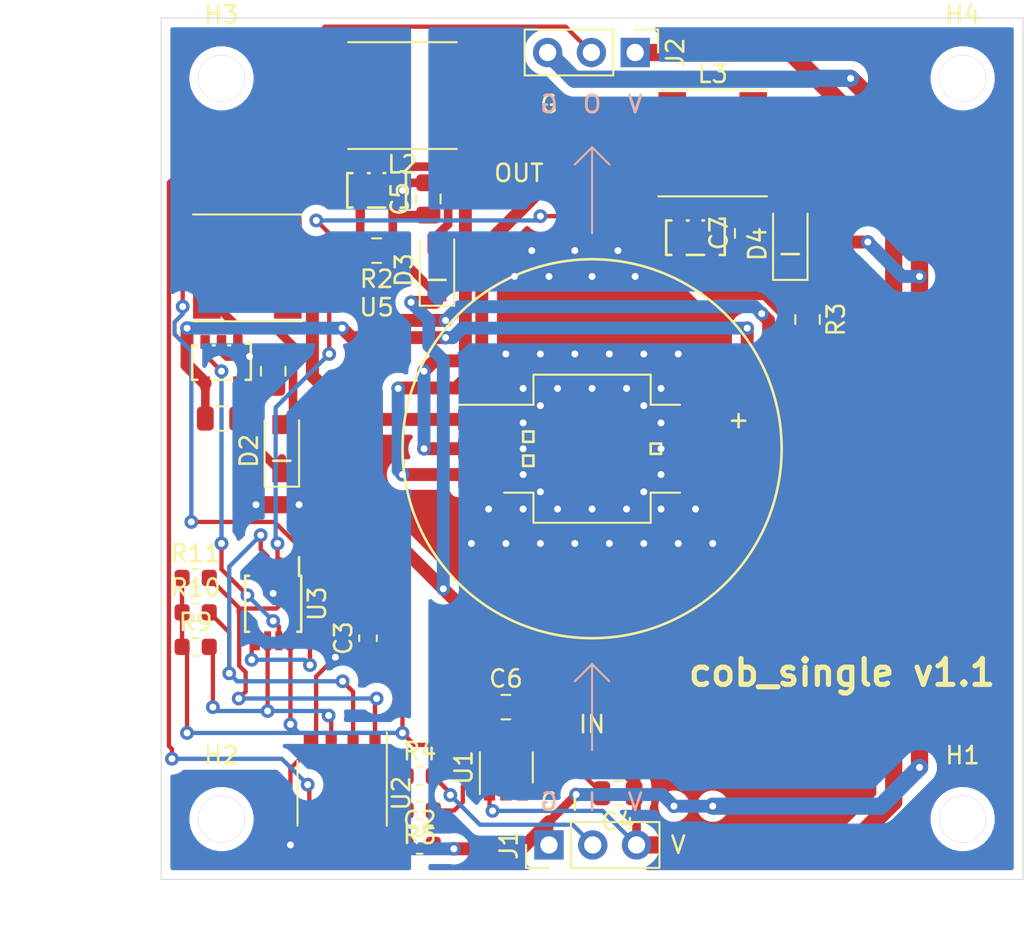
<source format=kicad_pcb>
(kicad_pcb (version 20171130) (host pcbnew 5.1.4-e60b266~84~ubuntu18.04.1)

  (general
    (thickness 1.6)
    (drawings 27)
    (tracks 420)
    (zones 0)
    (modules 34)
    (nets 24)
  )

  (page A4)
  (layers
    (0 F.Cu signal)
    (31 B.Cu signal)
    (32 B.Adhes user)
    (33 F.Adhes user)
    (34 B.Paste user)
    (35 F.Paste user)
    (36 B.SilkS user)
    (37 F.SilkS user)
    (38 B.Mask user)
    (39 F.Mask user)
    (40 Dwgs.User user)
    (41 Cmts.User user)
    (42 Eco1.User user)
    (43 Eco2.User user)
    (44 Edge.Cuts user)
    (45 Margin user)
    (46 B.CrtYd user)
    (47 F.CrtYd user)
    (48 B.Fab user)
    (49 F.Fab user)
  )

  (setup
    (last_trace_width 0.5)
    (user_trace_width 0.5)
    (user_trace_width 0.75)
    (user_trace_width 1)
    (trace_clearance 0.2)
    (zone_clearance 0.508)
    (zone_45_only no)
    (trace_min 0.2)
    (via_size 0.8)
    (via_drill 0.4)
    (via_min_size 0.4)
    (via_min_drill 0.3)
    (uvia_size 0.3)
    (uvia_drill 0.1)
    (uvias_allowed no)
    (uvia_min_size 0.2)
    (uvia_min_drill 0.1)
    (edge_width 0.05)
    (segment_width 0.2)
    (pcb_text_width 0.3)
    (pcb_text_size 1.5 1.5)
    (mod_edge_width 0.12)
    (mod_text_size 1 1)
    (mod_text_width 0.15)
    (pad_size 5.7 5.7)
    (pad_drill 0)
    (pad_to_mask_clearance 0.051)
    (solder_mask_min_width 0.25)
    (aux_axis_origin 0 0)
    (visible_elements FFFFFF7F)
    (pcbplotparams
      (layerselection 0x310fc_ffffffff)
      (usegerberextensions false)
      (usegerberattributes false)
      (usegerberadvancedattributes false)
      (creategerberjobfile false)
      (excludeedgelayer true)
      (linewidth 0.100000)
      (plotframeref false)
      (viasonmask false)
      (mode 1)
      (useauxorigin false)
      (hpglpennumber 1)
      (hpglpenspeed 20)
      (hpglpendiameter 15.000000)
      (psnegative false)
      (psa4output false)
      (plotreference false)
      (plotvalue false)
      (plotinvisibletext false)
      (padsonsilk false)
      (subtractmaskfromsilk false)
      (outputformat 1)
      (mirror false)
      (drillshape 0)
      (scaleselection 1)
      (outputdirectory "gerber"))
  )

  (net 0 "")
  (net 1 GND)
  (net 2 "Net-(C2-Pad1)")
  (net 3 SIGNAL_IN)
  (net 4 SIGNAL_OUT)
  (net 5 R_SIGNAL)
  (net 6 G_SIGNAL)
  (net 7 B_SIGNAL)
  (net 8 B_INVERTED)
  (net 9 G_INVERTED)
  (net 10 R_INVERTED)
  (net 11 +12V)
  (net 12 +5V)
  (net 13 B_LED_A)
  (net 14 G_LED_A)
  (net 15 R_LED_A)
  (net 16 R_LED_K)
  (net 17 G_LED_K)
  (net 18 B_LED_K)
  (net 19 "Net-(D2-Pad2)")
  (net 20 "Net-(D3-Pad2)")
  (net 21 "Net-(D4-Pad2)")
  (net 22 "Net-(R4-Pad1)")
  (net 23 "Net-(D1-Pad7)")

  (net_class Default "This is the default net class."
    (clearance 0.2)
    (trace_width 0.25)
    (via_dia 0.8)
    (via_drill 0.4)
    (uvia_dia 0.3)
    (uvia_drill 0.1)
    (add_net +12V)
    (add_net +5V)
    (add_net B_INVERTED)
    (add_net B_LED_A)
    (add_net B_LED_K)
    (add_net B_SIGNAL)
    (add_net GND)
    (add_net G_INVERTED)
    (add_net G_LED_A)
    (add_net G_LED_K)
    (add_net G_SIGNAL)
    (add_net "Net-(C2-Pad1)")
    (add_net "Net-(D1-Pad7)")
    (add_net "Net-(D2-Pad2)")
    (add_net "Net-(D3-Pad2)")
    (add_net "Net-(D4-Pad2)")
    (add_net "Net-(R4-Pad1)")
    (add_net R_INVERTED)
    (add_net R_LED_A)
    (add_net R_LED_K)
    (add_net R_SIGNAL)
    (add_net SIGNAL_IN)
    (add_net SIGNAL_OUT)
  )

  (module homebrew:D_SOD-123F (layer F.Cu) (tedit 5DD1C753) (tstamp 5DBAAC75)
    (at 186.5 83 90)
    (descr D_SOD-123F)
    (tags D_SOD-123F)
    (path /5DCB63B5)
    (attr smd)
    (fp_text reference D4 (at -0.127 -1.905 90) (layer F.SilkS)
      (effects (font (size 1 1) (thickness 0.15)))
    )
    (fp_text value D_Schottky (at 0 2.1 90) (layer F.Fab)
      (effects (font (size 1 1) (thickness 0.15)))
    )
    (fp_line (start -0.7 -0.5) (end -0.7 0.5) (layer F.SilkS) (width 0.15))
    (fp_line (start -2.2 -1) (end 1.65 -1) (layer F.SilkS) (width 0.12))
    (fp_line (start -2.2 1) (end 1.65 1) (layer F.SilkS) (width 0.12))
    (fp_line (start -2.2 -1.15) (end -2.2 1.15) (layer F.CrtYd) (width 0.05))
    (fp_line (start 2.2 1.15) (end -2.2 1.15) (layer F.CrtYd) (width 0.05))
    (fp_line (start 2.2 -1.15) (end 2.2 1.15) (layer F.CrtYd) (width 0.05))
    (fp_line (start -2.2 -1.15) (end 2.2 -1.15) (layer F.CrtYd) (width 0.05))
    (fp_line (start -1.4 -0.9) (end 1.4 -0.9) (layer F.Fab) (width 0.1))
    (fp_line (start 1.4 -0.9) (end 1.4 0.9) (layer F.Fab) (width 0.1))
    (fp_line (start 1.4 0.9) (end -1.4 0.9) (layer F.Fab) (width 0.1))
    (fp_line (start -1.4 0.9) (end -1.4 -0.9) (layer F.Fab) (width 0.1))
    (fp_line (start -0.75 0) (end -0.35 0) (layer F.Fab) (width 0.1))
    (fp_line (start -0.35 0) (end -0.35 -0.55) (layer F.Fab) (width 0.1))
    (fp_line (start -0.35 0) (end -0.35 0.55) (layer F.Fab) (width 0.1))
    (fp_line (start -0.35 0) (end 0.25 -0.4) (layer F.Fab) (width 0.1))
    (fp_line (start 0.25 -0.4) (end 0.25 0.4) (layer F.Fab) (width 0.1))
    (fp_line (start 0.25 0.4) (end -0.35 0) (layer F.Fab) (width 0.1))
    (fp_line (start 0.25 0) (end 0.75 0) (layer F.Fab) (width 0.1))
    (fp_line (start -2.2 -1) (end -2.2 1) (layer F.SilkS) (width 0.12))
    (fp_text user %R (at -0.127 -1.905 90) (layer F.Fab)
      (effects (font (size 1 1) (thickness 0.15)))
    )
    (pad 2 smd rect (at 1.4 0 90) (size 1.1 1.1) (layers F.Cu F.Paste F.Mask)
      (net 21 "Net-(D4-Pad2)"))
    (pad 1 smd rect (at -1.4 0 90) (size 1.1 1.1) (layers F.Cu F.Paste F.Mask)
      (net 11 +12V))
    (model ${KISYS3DMOD}/Diode_SMD.3dshapes/D_SOD-123F.wrl
      (at (xyz 0 0 0))
      (scale (xyz 1 1 1))
      (rotate (xyz 0 0 0))
    )
  )

  (module homebrew:D_SOD-123F (layer F.Cu) (tedit 5DD1C753) (tstamp 5DBAAC5C)
    (at 166 84.5 90)
    (descr D_SOD-123F)
    (tags D_SOD-123F)
    (path /5DCB5D03)
    (attr smd)
    (fp_text reference D3 (at -0.127 -1.905 90) (layer F.SilkS)
      (effects (font (size 1 1) (thickness 0.15)))
    )
    (fp_text value D_Schottky (at 0 2.1 90) (layer F.Fab)
      (effects (font (size 1 1) (thickness 0.15)))
    )
    (fp_line (start -0.7 -0.5) (end -0.7 0.5) (layer F.SilkS) (width 0.15))
    (fp_line (start -2.2 -1) (end 1.65 -1) (layer F.SilkS) (width 0.12))
    (fp_line (start -2.2 1) (end 1.65 1) (layer F.SilkS) (width 0.12))
    (fp_line (start -2.2 -1.15) (end -2.2 1.15) (layer F.CrtYd) (width 0.05))
    (fp_line (start 2.2 1.15) (end -2.2 1.15) (layer F.CrtYd) (width 0.05))
    (fp_line (start 2.2 -1.15) (end 2.2 1.15) (layer F.CrtYd) (width 0.05))
    (fp_line (start -2.2 -1.15) (end 2.2 -1.15) (layer F.CrtYd) (width 0.05))
    (fp_line (start -1.4 -0.9) (end 1.4 -0.9) (layer F.Fab) (width 0.1))
    (fp_line (start 1.4 -0.9) (end 1.4 0.9) (layer F.Fab) (width 0.1))
    (fp_line (start 1.4 0.9) (end -1.4 0.9) (layer F.Fab) (width 0.1))
    (fp_line (start -1.4 0.9) (end -1.4 -0.9) (layer F.Fab) (width 0.1))
    (fp_line (start -0.75 0) (end -0.35 0) (layer F.Fab) (width 0.1))
    (fp_line (start -0.35 0) (end -0.35 -0.55) (layer F.Fab) (width 0.1))
    (fp_line (start -0.35 0) (end -0.35 0.55) (layer F.Fab) (width 0.1))
    (fp_line (start -0.35 0) (end 0.25 -0.4) (layer F.Fab) (width 0.1))
    (fp_line (start 0.25 -0.4) (end 0.25 0.4) (layer F.Fab) (width 0.1))
    (fp_line (start 0.25 0.4) (end -0.35 0) (layer F.Fab) (width 0.1))
    (fp_line (start 0.25 0) (end 0.75 0) (layer F.Fab) (width 0.1))
    (fp_line (start -2.2 -1) (end -2.2 1) (layer F.SilkS) (width 0.12))
    (fp_text user %R (at -0.127 -1.905 90) (layer F.Fab)
      (effects (font (size 1 1) (thickness 0.15)))
    )
    (pad 2 smd rect (at 1.4 0 90) (size 1.1 1.1) (layers F.Cu F.Paste F.Mask)
      (net 20 "Net-(D3-Pad2)"))
    (pad 1 smd rect (at -1.4 0 90) (size 1.1 1.1) (layers F.Cu F.Paste F.Mask)
      (net 11 +12V))
    (model ${KISYS3DMOD}/Diode_SMD.3dshapes/D_SOD-123F.wrl
      (at (xyz 0 0 0))
      (scale (xyz 1 1 1))
      (rotate (xyz 0 0 0))
    )
  )

  (module homebrew:D_SOD-123F (layer F.Cu) (tedit 5DD1C753) (tstamp 5DBAC58D)
    (at 157 95 90)
    (descr D_SOD-123F)
    (tags D_SOD-123F)
    (path /5DC9CB77)
    (attr smd)
    (fp_text reference D2 (at -0.127 -1.905 90) (layer F.SilkS)
      (effects (font (size 1 1) (thickness 0.15)))
    )
    (fp_text value D_Schottky (at 0 2.1 90) (layer F.Fab)
      (effects (font (size 1 1) (thickness 0.15)))
    )
    (fp_line (start -0.7 -0.5) (end -0.7 0.5) (layer F.SilkS) (width 0.15))
    (fp_line (start -2.2 -1) (end 1.65 -1) (layer F.SilkS) (width 0.12))
    (fp_line (start -2.2 1) (end 1.65 1) (layer F.SilkS) (width 0.12))
    (fp_line (start -2.2 -1.15) (end -2.2 1.15) (layer F.CrtYd) (width 0.05))
    (fp_line (start 2.2 1.15) (end -2.2 1.15) (layer F.CrtYd) (width 0.05))
    (fp_line (start 2.2 -1.15) (end 2.2 1.15) (layer F.CrtYd) (width 0.05))
    (fp_line (start -2.2 -1.15) (end 2.2 -1.15) (layer F.CrtYd) (width 0.05))
    (fp_line (start -1.4 -0.9) (end 1.4 -0.9) (layer F.Fab) (width 0.1))
    (fp_line (start 1.4 -0.9) (end 1.4 0.9) (layer F.Fab) (width 0.1))
    (fp_line (start 1.4 0.9) (end -1.4 0.9) (layer F.Fab) (width 0.1))
    (fp_line (start -1.4 0.9) (end -1.4 -0.9) (layer F.Fab) (width 0.1))
    (fp_line (start -0.75 0) (end -0.35 0) (layer F.Fab) (width 0.1))
    (fp_line (start -0.35 0) (end -0.35 -0.55) (layer F.Fab) (width 0.1))
    (fp_line (start -0.35 0) (end -0.35 0.55) (layer F.Fab) (width 0.1))
    (fp_line (start -0.35 0) (end 0.25 -0.4) (layer F.Fab) (width 0.1))
    (fp_line (start 0.25 -0.4) (end 0.25 0.4) (layer F.Fab) (width 0.1))
    (fp_line (start 0.25 0.4) (end -0.35 0) (layer F.Fab) (width 0.1))
    (fp_line (start 0.25 0) (end 0.75 0) (layer F.Fab) (width 0.1))
    (fp_line (start -2.2 -1) (end -2.2 1) (layer F.SilkS) (width 0.12))
    (fp_text user %R (at -0.127 -1.905 90) (layer F.Fab)
      (effects (font (size 1 1) (thickness 0.15)))
    )
    (pad 2 smd rect (at 1.4 0 90) (size 1.1 1.1) (layers F.Cu F.Paste F.Mask)
      (net 19 "Net-(D2-Pad2)"))
    (pad 1 smd rect (at -1.4 0 90) (size 1.1 1.1) (layers F.Cu F.Paste F.Mask)
      (net 11 +12V))
    (model ${KISYS3DMOD}/Diode_SMD.3dshapes/D_SOD-123F.wrl
      (at (xyz 0 0 0))
      (scale (xyz 1 1 1))
      (rotate (xyz 0 0 0))
    )
  )

  (module homebrew:LED_RGB_EPISTAR_6PIN_RGB (layer F.Cu) (tedit 5DD1C388) (tstamp 5DD221A7)
    (at 175 95)
    (descr https://www.gme.sk/img/cache/doc/518/177/vykonova-led-getian-gt-p6prgb4303-datasheet-1.pdf)
    (tags "LED RGB ")
    (path /5DD2DD21)
    (attr smd)
    (fp_text reference D1 (at 0 -5.4) (layer F.SilkS) hide
      (effects (font (size 1 1) (thickness 0.15)))
    )
    (fp_text value LED_RGB_EP (at 0 5.6) (layer F.Fab)
      (effects (font (size 1 1) (thickness 0.15)))
    )
    (fp_line (start 4 -0.3) (end 3.4 -0.3) (layer F.SilkS) (width 0.15))
    (fp_line (start 4 0.3) (end 4 -0.3) (layer F.SilkS) (width 0.15))
    (fp_line (start 3.4 -0.3) (end 3.4 0.3) (layer F.SilkS) (width 0.15))
    (fp_line (start 3.4 0.3) (end 4 0.3) (layer F.SilkS) (width 0.15))
    (fp_line (start -3.4 0.4) (end -4 0.4) (layer F.SilkS) (width 0.15))
    (fp_line (start -3.4 1) (end -3.4 0.4) (layer F.SilkS) (width 0.15))
    (fp_line (start -4 0.4) (end -4 1) (layer F.SilkS) (width 0.15))
    (fp_line (start -4 1) (end -3.4 1) (layer F.SilkS) (width 0.15))
    (fp_line (start -3.4 -1) (end -4 -1) (layer F.SilkS) (width 0.15))
    (fp_line (start -3.4 -0.4) (end -3.4 -1) (layer F.SilkS) (width 0.15))
    (fp_line (start -4 -0.4) (end -3.4 -0.4) (layer F.SilkS) (width 0.15))
    (fp_line (start -4 -1) (end -4 -0.4) (layer F.SilkS) (width 0.15))
    (fp_circle (center 0 0) (end 11 0) (layer F.CrtYd) (width 0.15))
    (fp_circle (center 0 0) (end 11 0) (layer F.SilkS) (width 0.15))
    (fp_text user + (at 8.5 -1.7) (layer F.SilkS)
      (effects (font (size 1 1) (thickness 0.15)))
    )
    (fp_arc (start 0 0) (end 0 -4) (angle 65) (layer F.Fab) (width 0.1))
    (fp_arc (start 0 0) (end 0 -4) (angle -65) (layer F.Fab) (width 0.1))
    (fp_arc (start 0 0) (end 0 4) (angle 65) (layer F.Fab) (width 0.1))
    (fp_arc (start 0 0) (end 0 4) (angle -65) (layer F.Fab) (width 0.1))
    (fp_line (start -7.75 -2.55) (end -3.4 -2.55) (layer F.SilkS) (width 0.12))
    (fp_line (start -3.4 -4.3) (end -3.4 -2.55) (layer F.SilkS) (width 0.12))
    (fp_line (start 3.4 -2.55) (end 4.7 -2.55) (layer F.SilkS) (width 0.12))
    (fp_line (start 3.4 -4.3) (end 3.4 -2.55) (layer F.SilkS) (width 0.12))
    (fp_line (start 4.7 -2.55) (end 5.1 -2.55) (layer F.SilkS) (width 0.12))
    (fp_line (start 5.1 2.55) (end 3.4 2.55) (layer F.SilkS) (width 0.12))
    (fp_line (start 3.4 4.3) (end -3.4 4.3) (layer F.SilkS) (width 0.12))
    (fp_line (start 3.4 2.55) (end 3.4 4.3) (layer F.SilkS) (width 0.12))
    (fp_line (start -3.4 2.55) (end -3.4 4.3) (layer F.SilkS) (width 0.12))
    (fp_line (start -5.1 2.55) (end -3.4 2.55) (layer F.SilkS) (width 0.12))
    (fp_line (start 3.4 -4.3) (end -3.4 -4.3) (layer F.SilkS) (width 0.12))
    (fp_line (start -3.6 1.8) (end -3.6 -1.8) (layer F.Fab) (width 0.1))
    (fp_line (start 3.6 -1.8) (end 3.6 1.8) (layer F.Fab) (width 0.1))
    (fp_line (start -3.6 -1.7) (end -6.2 -1.7) (layer F.Fab) (width 0.1))
    (fp_line (start -6.2 0) (end -3.6 0) (layer F.Fab) (width 0.1))
    (fp_line (start -3.6 1.7) (end -6.2 1.7) (layer F.Fab) (width 0.1))
    (fp_line (start 3.6 1.7) (end 6.3 1.7) (layer F.Fab) (width 0.1))
    (fp_line (start 6.3 0) (end 3.6 0) (layer F.Fab) (width 0.1))
    (fp_line (start 3.6 -1.7) (end 6.3 -1.7) (layer F.Fab) (width 0.1))
    (pad 3 smd rect (at -6.22 1.7) (size 3.1 1.2) (layers F.Cu F.Paste F.Mask)
      (net 18 B_LED_K))
    (pad 2 smd rect (at -6.22 0) (size 3.1 1.2) (layers F.Cu F.Paste F.Mask)
      (net 17 G_LED_K))
    (pad 1 smd rect (at -6.22 -1.7) (size 3.1 1.2) (layers F.Cu F.Paste F.Mask)
      (net 16 R_LED_K))
    (pad 7 smd circle (at 0 0) (size 5.7 5.7) (layers F.Cu F.Paste F.Mask)
      (net 23 "Net-(D1-Pad7)"))
    (pad 6 smd rect (at 6.22 -1.7 180) (size 3.1 1.2) (layers F.Cu F.Paste F.Mask)
      (net 15 R_LED_A))
    (pad 5 smd rect (at 6.22 0 180) (size 3.1 1.2) (layers F.Cu F.Paste F.Mask)
      (net 14 G_LED_A))
    (pad 4 smd rect (at 6.22 1.7 180) (size 3.1 1.2) (layers F.Cu F.Paste F.Mask)
      (net 13 B_LED_A))
    (model ${KISYS3DMOD}/LED_SMD.3dshapes/LED_RGB_Getian_GT-P6PRGB4303.wrl
      (at (xyz 0 0 0))
      (scale (xyz 1 1 1))
      (rotate (xyz 0 0 0))
    )
  )

  (module Resistor_SMD:R_0805_2012Metric (layer F.Cu) (tedit 5B36C52B) (tstamp 5DBAC525)
    (at 153.5 93.25 180)
    (descr "Resistor SMD 0805 (2012 Metric), square (rectangular) end terminal, IPC_7351 nominal, (Body size source: https://docs.google.com/spreadsheets/d/1BsfQQcO9C6DZCsRaXUlFlo91Tg2WpOkGARC1WS5S8t0/edit?usp=sharing), generated with kicad-footprint-generator")
    (tags resistor)
    (path /5DB99B1A)
    (attr smd)
    (fp_text reference R1 (at 0 -1.65) (layer F.SilkS) hide
      (effects (font (size 1 1) (thickness 0.15)))
    )
    (fp_text value .143 (at 0 -2) (layer F.Fab)
      (effects (font (size 1 1) (thickness 0.15)))
    )
    (fp_text user %R (at 0 0) (layer F.Fab)
      (effects (font (size 0.5 0.5) (thickness 0.08)))
    )
    (fp_line (start 1.68 0.95) (end -1.68 0.95) (layer F.CrtYd) (width 0.05))
    (fp_line (start 1.68 -0.95) (end 1.68 0.95) (layer F.CrtYd) (width 0.05))
    (fp_line (start -1.68 -0.95) (end 1.68 -0.95) (layer F.CrtYd) (width 0.05))
    (fp_line (start -1.68 0.95) (end -1.68 -0.95) (layer F.CrtYd) (width 0.05))
    (fp_line (start -0.258578 0.71) (end 0.258578 0.71) (layer F.SilkS) (width 0.12))
    (fp_line (start -0.258578 -0.71) (end 0.258578 -0.71) (layer F.SilkS) (width 0.12))
    (fp_line (start 1 0.6) (end -1 0.6) (layer F.Fab) (width 0.1))
    (fp_line (start 1 -0.6) (end 1 0.6) (layer F.Fab) (width 0.1))
    (fp_line (start -1 -0.6) (end 1 -0.6) (layer F.Fab) (width 0.1))
    (fp_line (start -1 0.6) (end -1 -0.6) (layer F.Fab) (width 0.1))
    (pad 2 smd roundrect (at 0.9375 0 180) (size 0.975 1.4) (layers F.Cu F.Paste F.Mask) (roundrect_rratio 0.25)
      (net 15 R_LED_A))
    (pad 1 smd roundrect (at -0.9375 0 180) (size 0.975 1.4) (layers F.Cu F.Paste F.Mask) (roundrect_rratio 0.25)
      (net 11 +12V))
    (model ${KISYS3DMOD}/Resistor_SMD.3dshapes/R_0805_2012Metric.wrl
      (at (xyz 0 0 0))
      (scale (xyz 1 1 1))
      (rotate (xyz 0 0 0))
    )
  )

  (module Capacitor_SMD:C_0805_2012Metric (layer F.Cu) (tedit 5B36C52B) (tstamp 5DBAC555)
    (at 156.5 90.5 90)
    (descr "Capacitor SMD 0805 (2012 Metric), square (rectangular) end terminal, IPC_7351 nominal, (Body size source: https://docs.google.com/spreadsheets/d/1BsfQQcO9C6DZCsRaXUlFlo91Tg2WpOkGARC1WS5S8t0/edit?usp=sharing), generated with kicad-footprint-generator")
    (tags capacitor)
    (path /5DB8DC2F)
    (attr smd)
    (fp_text reference C1 (at 0 -1.65 90) (layer F.SilkS) hide
      (effects (font (size 1 1) (thickness 0.15)))
    )
    (fp_text value 10uF (at -0.25 3.25 180) (layer F.Fab)
      (effects (font (size 1 1) (thickness 0.15)))
    )
    (fp_text user %R (at 0 0 90) (layer F.Fab)
      (effects (font (size 0.5 0.5) (thickness 0.08)))
    )
    (fp_line (start 1.68 0.95) (end -1.68 0.95) (layer F.CrtYd) (width 0.05))
    (fp_line (start 1.68 -0.95) (end 1.68 0.95) (layer F.CrtYd) (width 0.05))
    (fp_line (start -1.68 -0.95) (end 1.68 -0.95) (layer F.CrtYd) (width 0.05))
    (fp_line (start -1.68 0.95) (end -1.68 -0.95) (layer F.CrtYd) (width 0.05))
    (fp_line (start -0.258578 0.71) (end 0.258578 0.71) (layer F.SilkS) (width 0.12))
    (fp_line (start -0.258578 -0.71) (end 0.258578 -0.71) (layer F.SilkS) (width 0.12))
    (fp_line (start 1 0.6) (end -1 0.6) (layer F.Fab) (width 0.1))
    (fp_line (start 1 -0.6) (end 1 0.6) (layer F.Fab) (width 0.1))
    (fp_line (start -1 -0.6) (end 1 -0.6) (layer F.Fab) (width 0.1))
    (fp_line (start -1 0.6) (end -1 -0.6) (layer F.Fab) (width 0.1))
    (pad 2 smd roundrect (at 0.9375 0 90) (size 0.975 1.4) (layers F.Cu F.Paste F.Mask) (roundrect_rratio 0.25)
      (net 1 GND))
    (pad 1 smd roundrect (at -0.9375 0 90) (size 0.975 1.4) (layers F.Cu F.Paste F.Mask) (roundrect_rratio 0.25)
      (net 11 +12V))
    (model ${KISYS3DMOD}/Capacitor_SMD.3dshapes/C_0805_2012Metric.wrl
      (at (xyz 0 0 0))
      (scale (xyz 1 1 1))
      (rotate (xyz 0 0 0))
    )
  )

  (module homebrew:SOT-25 (layer F.Cu) (tedit 5DBA4E9D) (tstamp 5DD2282B)
    (at 181 82.75)
    (path /5DC44A60)
    (fp_text reference U6 (at 0 6.8) (layer F.SilkS) hide
      (effects (font (size 1 1) (thickness 0.15)))
    )
    (fp_text value AL8860_LED_DRIVER (at -3.5 1.75) (layer F.Fab)
      (effects (font (size 1 1) (thickness 0.15)))
    )
    (fp_line (start 1.7 1) (end 1.4 1) (layer F.SilkS) (width 0.15))
    (fp_line (start 1.7 -1.1) (end 1.4 -1.1) (layer F.SilkS) (width 0.15))
    (fp_line (start -1.7 1) (end -1.4 1) (layer F.SilkS) (width 0.15))
    (fp_line (start -1.7 -1) (end -1.4 -1) (layer F.SilkS) (width 0.15))
    (fp_line (start 1.7 -1.1) (end 1.7 1) (layer F.SilkS) (width 0.15))
    (fp_line (start -1.7 -1) (end -1.7 1) (layer F.SilkS) (width 0.15))
    (fp_line (start 0.4 -1) (end 0.5 -1) (layer F.SilkS) (width 0.15))
    (fp_line (start -0.5 -1) (end -0.4 -1) (layer F.SilkS) (width 0.15))
    (fp_line (start 0.5 1) (end -0.5 1) (layer F.SilkS) (width 0.15))
    (pad 5 smd rect (at 0.95 1.2) (size 0.55 0.8) (layers F.Cu F.Paste F.Mask)
      (net 11 +12V))
    (pad 4 smd rect (at -0.95 1.2) (size 0.55 0.8) (layers F.Cu F.Paste F.Mask)
      (net 13 B_LED_A))
    (pad 1 smd rect (at 0.95 -1.2) (size 0.55 0.8) (layers F.Cu F.Paste F.Mask)
      (net 21 "Net-(D4-Pad2)"))
    (pad 3 smd rect (at -0.95 -1.2) (size 0.55 0.8) (layers F.Cu F.Paste F.Mask)
      (net 7 B_SIGNAL))
    (pad 2 smd rect (at 0 -1.2) (size 0.55 0.8) (layers F.Cu F.Paste F.Mask)
      (net 1 GND))
  )

  (module homebrew:SOT-25 (layer F.Cu) (tedit 5DBA4E9D) (tstamp 5DBAAE78)
    (at 162.5 80)
    (path /5DC42003)
    (fp_text reference U5 (at 0 6.8) (layer F.SilkS)
      (effects (font (size 1 1) (thickness 0.15)))
    )
    (fp_text value AL8860_LED_DRIVER (at -4.25 -1.5) (layer F.Fab)
      (effects (font (size 1 1) (thickness 0.15)))
    )
    (fp_line (start 1.7 1) (end 1.4 1) (layer F.SilkS) (width 0.15))
    (fp_line (start 1.7 -1.1) (end 1.4 -1.1) (layer F.SilkS) (width 0.15))
    (fp_line (start -1.7 1) (end -1.4 1) (layer F.SilkS) (width 0.15))
    (fp_line (start -1.7 -1) (end -1.4 -1) (layer F.SilkS) (width 0.15))
    (fp_line (start 1.7 -1.1) (end 1.7 1) (layer F.SilkS) (width 0.15))
    (fp_line (start -1.7 -1) (end -1.7 1) (layer F.SilkS) (width 0.15))
    (fp_line (start 0.4 -1) (end 0.5 -1) (layer F.SilkS) (width 0.15))
    (fp_line (start -0.5 -1) (end -0.4 -1) (layer F.SilkS) (width 0.15))
    (fp_line (start 0.5 1) (end -0.5 1) (layer F.SilkS) (width 0.15))
    (pad 5 smd rect (at 0.95 1.2) (size 0.55 0.8) (layers F.Cu F.Paste F.Mask)
      (net 11 +12V))
    (pad 4 smd rect (at -0.95 1.2) (size 0.55 0.8) (layers F.Cu F.Paste F.Mask)
      (net 14 G_LED_A))
    (pad 1 smd rect (at 0.95 -1.2) (size 0.55 0.8) (layers F.Cu F.Paste F.Mask)
      (net 20 "Net-(D3-Pad2)"))
    (pad 3 smd rect (at -0.95 -1.2) (size 0.55 0.8) (layers F.Cu F.Paste F.Mask)
      (net 6 G_SIGNAL))
    (pad 2 smd rect (at 0 -1.2) (size 0.55 0.8) (layers F.Cu F.Paste F.Mask)
      (net 1 GND))
  )

  (module homebrew:SOT-25 (layer F.Cu) (tedit 5DBA4E9D) (tstamp 5DBAC4F3)
    (at 153.5 90)
    (path /5DBC3C1E)
    (fp_text reference U4 (at 0 6.8) (layer F.SilkS) hide
      (effects (font (size 1 1) (thickness 0.15)))
    )
    (fp_text value AL8860_LED_DRIVER (at -5.25 0.25) (layer F.Fab)
      (effects (font (size 1 1) (thickness 0.15)))
    )
    (fp_line (start 1.7 1) (end 1.4 1) (layer F.SilkS) (width 0.15))
    (fp_line (start 1.7 -1.1) (end 1.4 -1.1) (layer F.SilkS) (width 0.15))
    (fp_line (start -1.7 1) (end -1.4 1) (layer F.SilkS) (width 0.15))
    (fp_line (start -1.7 -1) (end -1.4 -1) (layer F.SilkS) (width 0.15))
    (fp_line (start 1.7 -1.1) (end 1.7 1) (layer F.SilkS) (width 0.15))
    (fp_line (start -1.7 -1) (end -1.7 1) (layer F.SilkS) (width 0.15))
    (fp_line (start 0.4 -1) (end 0.5 -1) (layer F.SilkS) (width 0.15))
    (fp_line (start -0.5 -1) (end -0.4 -1) (layer F.SilkS) (width 0.15))
    (fp_line (start 0.5 1) (end -0.5 1) (layer F.SilkS) (width 0.15))
    (pad 5 smd rect (at 0.95 1.2) (size 0.55 0.8) (layers F.Cu F.Paste F.Mask)
      (net 11 +12V))
    (pad 4 smd rect (at -0.95 1.2) (size 0.55 0.8) (layers F.Cu F.Paste F.Mask)
      (net 15 R_LED_A))
    (pad 1 smd rect (at 0.95 -1.2) (size 0.55 0.8) (layers F.Cu F.Paste F.Mask)
      (net 19 "Net-(D2-Pad2)"))
    (pad 3 smd rect (at -0.95 -1.2) (size 0.55 0.8) (layers F.Cu F.Paste F.Mask)
      (net 5 R_SIGNAL))
    (pad 2 smd rect (at 0 -1.2) (size 0.55 0.8) (layers F.Cu F.Paste F.Mask)
      (net 1 GND))
  )

  (module Package_TO_SOT_SMD:TSOT-23-5 (layer F.Cu) (tedit 5A02FF57) (tstamp 5DBAAE1F)
    (at 170 113.5 90)
    (descr "5-pin TSOT23 package, http://cds.linear.com/docs/en/packaging/SOT_5_05-08-1635.pdf")
    (tags TSOT-23-5)
    (path /5DC5A82A)
    (attr smd)
    (fp_text reference U1 (at 0 -2.45 90) (layer F.SilkS)
      (effects (font (size 1 1) (thickness 0.15)))
    )
    (fp_text value 5V_REG_AP7370-50W5-7 (at 0 2.5 90) (layer F.Fab)
      (effects (font (size 1 1) (thickness 0.15)))
    )
    (fp_line (start 2.17 1.7) (end -2.17 1.7) (layer F.CrtYd) (width 0.05))
    (fp_line (start 2.17 1.7) (end 2.17 -1.7) (layer F.CrtYd) (width 0.05))
    (fp_line (start -2.17 -1.7) (end -2.17 1.7) (layer F.CrtYd) (width 0.05))
    (fp_line (start -2.17 -1.7) (end 2.17 -1.7) (layer F.CrtYd) (width 0.05))
    (fp_line (start 0.88 -1.45) (end 0.88 1.45) (layer F.Fab) (width 0.1))
    (fp_line (start 0.88 1.45) (end -0.88 1.45) (layer F.Fab) (width 0.1))
    (fp_line (start -0.88 -1) (end -0.88 1.45) (layer F.Fab) (width 0.1))
    (fp_line (start 0.88 -1.45) (end -0.43 -1.45) (layer F.Fab) (width 0.1))
    (fp_line (start -0.88 -1) (end -0.43 -1.45) (layer F.Fab) (width 0.1))
    (fp_line (start 0.88 -1.51) (end -1.55 -1.51) (layer F.SilkS) (width 0.12))
    (fp_line (start -0.88 1.56) (end 0.88 1.56) (layer F.SilkS) (width 0.12))
    (fp_text user %R (at 0 0) (layer F.Fab)
      (effects (font (size 0.5 0.5) (thickness 0.075)))
    )
    (pad 5 smd rect (at 1.31 -0.95 90) (size 1.22 0.65) (layers F.Cu F.Paste F.Mask)
      (net 12 +5V))
    (pad 4 smd rect (at 1.31 0.95 90) (size 1.22 0.65) (layers F.Cu F.Paste F.Mask))
    (pad 3 smd rect (at -1.31 0.95 90) (size 1.22 0.65) (layers F.Cu F.Paste F.Mask))
    (pad 2 smd rect (at -1.31 0 90) (size 1.22 0.65) (layers F.Cu F.Paste F.Mask)
      (net 1 GND))
    (pad 1 smd rect (at -1.31 -0.95 90) (size 1.22 0.65) (layers F.Cu F.Paste F.Mask)
      (net 11 +12V))
    (model ${KISYS3DMOD}/Package_TO_SOT_SMD.3dshapes/TSOT-23-5.wrl
      (at (xyz 0 0 0))
      (scale (xyz 1 1 1))
      (rotate (xyz 0 0 0))
    )
  )

  (module Resistor_SMD:R_0805_2012Metric (layer F.Cu) (tedit 5B36C52B) (tstamp 5DBAAD7A)
    (at 187.5 87.5 270)
    (descr "Resistor SMD 0805 (2012 Metric), square (rectangular) end terminal, IPC_7351 nominal, (Body size source: https://docs.google.com/spreadsheets/d/1BsfQQcO9C6DZCsRaXUlFlo91Tg2WpOkGARC1WS5S8t0/edit?usp=sharing), generated with kicad-footprint-generator")
    (tags resistor)
    (path /5DC44A59)
    (attr smd)
    (fp_text reference R3 (at 0 -1.65 90) (layer F.SilkS)
      (effects (font (size 1 1) (thickness 0.15)))
    )
    (fp_text value .143 (at 3.5 -0.25 90) (layer F.Fab)
      (effects (font (size 1 1) (thickness 0.15)))
    )
    (fp_text user %R (at 0 0 90) (layer F.Fab)
      (effects (font (size 0.5 0.5) (thickness 0.08)))
    )
    (fp_line (start 1.68 0.95) (end -1.68 0.95) (layer F.CrtYd) (width 0.05))
    (fp_line (start 1.68 -0.95) (end 1.68 0.95) (layer F.CrtYd) (width 0.05))
    (fp_line (start -1.68 -0.95) (end 1.68 -0.95) (layer F.CrtYd) (width 0.05))
    (fp_line (start -1.68 0.95) (end -1.68 -0.95) (layer F.CrtYd) (width 0.05))
    (fp_line (start -0.258578 0.71) (end 0.258578 0.71) (layer F.SilkS) (width 0.12))
    (fp_line (start -0.258578 -0.71) (end 0.258578 -0.71) (layer F.SilkS) (width 0.12))
    (fp_line (start 1 0.6) (end -1 0.6) (layer F.Fab) (width 0.1))
    (fp_line (start 1 -0.6) (end 1 0.6) (layer F.Fab) (width 0.1))
    (fp_line (start -1 -0.6) (end 1 -0.6) (layer F.Fab) (width 0.1))
    (fp_line (start -1 0.6) (end -1 -0.6) (layer F.Fab) (width 0.1))
    (pad 2 smd roundrect (at 0.9375 0 270) (size 0.975 1.4) (layers F.Cu F.Paste F.Mask) (roundrect_rratio 0.25)
      (net 13 B_LED_A))
    (pad 1 smd roundrect (at -0.9375 0 270) (size 0.975 1.4) (layers F.Cu F.Paste F.Mask) (roundrect_rratio 0.25)
      (net 11 +12V))
    (model ${KISYS3DMOD}/Resistor_SMD.3dshapes/R_0805_2012Metric.wrl
      (at (xyz 0 0 0))
      (scale (xyz 1 1 1))
      (rotate (xyz 0 0 0))
    )
  )

  (module Resistor_SMD:R_0805_2012Metric (layer F.Cu) (tedit 5B36C52B) (tstamp 5DBAAD69)
    (at 162.5 83.5 180)
    (descr "Resistor SMD 0805 (2012 Metric), square (rectangular) end terminal, IPC_7351 nominal, (Body size source: https://docs.google.com/spreadsheets/d/1BsfQQcO9C6DZCsRaXUlFlo91Tg2WpOkGARC1WS5S8t0/edit?usp=sharing), generated with kicad-footprint-generator")
    (tags resistor)
    (path /5DC41FFC)
    (attr smd)
    (fp_text reference R2 (at 0 -1.65) (layer F.SilkS)
      (effects (font (size 1 1) (thickness 0.15)))
    )
    (fp_text value .143 (at 0.25 -2) (layer F.Fab)
      (effects (font (size 1 1) (thickness 0.15)))
    )
    (fp_text user %R (at 0 0) (layer F.Fab)
      (effects (font (size 0.5 0.5) (thickness 0.08)))
    )
    (fp_line (start 1.68 0.95) (end -1.68 0.95) (layer F.CrtYd) (width 0.05))
    (fp_line (start 1.68 -0.95) (end 1.68 0.95) (layer F.CrtYd) (width 0.05))
    (fp_line (start -1.68 -0.95) (end 1.68 -0.95) (layer F.CrtYd) (width 0.05))
    (fp_line (start -1.68 0.95) (end -1.68 -0.95) (layer F.CrtYd) (width 0.05))
    (fp_line (start -0.258578 0.71) (end 0.258578 0.71) (layer F.SilkS) (width 0.12))
    (fp_line (start -0.258578 -0.71) (end 0.258578 -0.71) (layer F.SilkS) (width 0.12))
    (fp_line (start 1 0.6) (end -1 0.6) (layer F.Fab) (width 0.1))
    (fp_line (start 1 -0.6) (end 1 0.6) (layer F.Fab) (width 0.1))
    (fp_line (start -1 -0.6) (end 1 -0.6) (layer F.Fab) (width 0.1))
    (fp_line (start -1 0.6) (end -1 -0.6) (layer F.Fab) (width 0.1))
    (pad 2 smd roundrect (at 0.9375 0 180) (size 0.975 1.4) (layers F.Cu F.Paste F.Mask) (roundrect_rratio 0.25)
      (net 14 G_LED_A))
    (pad 1 smd roundrect (at -0.9375 0 180) (size 0.975 1.4) (layers F.Cu F.Paste F.Mask) (roundrect_rratio 0.25)
      (net 11 +12V))
    (model ${KISYS3DMOD}/Resistor_SMD.3dshapes/R_0805_2012Metric.wrl
      (at (xyz 0 0 0))
      (scale (xyz 1 1 1))
      (rotate (xyz 0 0 0))
    )
  )

  (module Inductor_SMD:L_Taiyo-Yuden_NR-60xx (layer F.Cu) (tedit 5990349D) (tstamp 5DBAAD48)
    (at 182 77.25)
    (descr "Inductor, Taiyo Yuden, NR series, Taiyo-Yuden_NR-60xx, 6.0mmx6.0mm")
    (tags "inductor taiyo-yuden nr smd")
    (path /5DC44A8B)
    (attr smd)
    (fp_text reference L3 (at 0 -4) (layer F.SilkS)
      (effects (font (size 1 1) (thickness 0.15)))
    )
    (fp_text value 47uH (at 5.5 -1.5) (layer F.Fab)
      (effects (font (size 1 1) (thickness 0.15)))
    )
    (fp_line (start 3.45 -3.25) (end -3.45 -3.25) (layer F.CrtYd) (width 0.05))
    (fp_line (start 3.45 3.25) (end 3.45 -3.25) (layer F.CrtYd) (width 0.05))
    (fp_line (start -3.45 3.25) (end 3.45 3.25) (layer F.CrtYd) (width 0.05))
    (fp_line (start -3.45 -3.25) (end -3.45 3.25) (layer F.CrtYd) (width 0.05))
    (fp_line (start -3.15 3.1) (end 3.15 3.1) (layer F.SilkS) (width 0.12))
    (fp_line (start -3.15 -3.1) (end 3.15 -3.1) (layer F.SilkS) (width 0.12))
    (fp_line (start -2 3) (end 0 3) (layer F.Fab) (width 0.1))
    (fp_line (start -3 2) (end -2 3) (layer F.Fab) (width 0.1))
    (fp_line (start -3 0) (end -3 2) (layer F.Fab) (width 0.1))
    (fp_line (start 2 3) (end 0 3) (layer F.Fab) (width 0.1))
    (fp_line (start 3 2) (end 2 3) (layer F.Fab) (width 0.1))
    (fp_line (start 3 0) (end 3 2) (layer F.Fab) (width 0.1))
    (fp_line (start 2 -3) (end 0 -3) (layer F.Fab) (width 0.1))
    (fp_line (start 3 -2) (end 2 -3) (layer F.Fab) (width 0.1))
    (fp_line (start 3 0) (end 3 -2) (layer F.Fab) (width 0.1))
    (fp_line (start -2 -3) (end 0 -3) (layer F.Fab) (width 0.1))
    (fp_line (start -3 -2) (end -2 -3) (layer F.Fab) (width 0.1))
    (fp_line (start -3 0) (end -3 -2) (layer F.Fab) (width 0.1))
    (fp_text user %R (at 0 0) (layer F.Fab) hide
      (effects (font (size 1 1) (thickness 0.15)))
    )
    (pad 2 smd rect (at 2.35 0) (size 1.6 5.9) (layers F.Cu F.Paste F.Mask)
      (net 21 "Net-(D4-Pad2)"))
    (pad 1 smd rect (at -2.35 0) (size 1.6 5.9) (layers F.Cu F.Paste F.Mask)
      (net 18 B_LED_K))
    (model ${KISYS3DMOD}/Inductor_SMD.3dshapes/L_Taiyo-Yuden_NR-60xx.wrl
      (at (xyz 0 0 0))
      (scale (xyz 1 1 1))
      (rotate (xyz 0 0 0))
    )
  )

  (module Inductor_SMD:L_Taiyo-Yuden_NR-60xx (layer F.Cu) (tedit 5990349D) (tstamp 5DBAAD2F)
    (at 164 74.5 180)
    (descr "Inductor, Taiyo Yuden, NR series, Taiyo-Yuden_NR-60xx, 6.0mmx6.0mm")
    (tags "inductor taiyo-yuden nr smd")
    (path /5DC4202E)
    (attr smd)
    (fp_text reference L2 (at 0 -4) (layer F.SilkS)
      (effects (font (size 1 1) (thickness 0.15)))
    )
    (fp_text value 47uH (at 5.5 0) (layer F.Fab)
      (effects (font (size 1 1) (thickness 0.15)))
    )
    (fp_line (start 3.45 -3.25) (end -3.45 -3.25) (layer F.CrtYd) (width 0.05))
    (fp_line (start 3.45 3.25) (end 3.45 -3.25) (layer F.CrtYd) (width 0.05))
    (fp_line (start -3.45 3.25) (end 3.45 3.25) (layer F.CrtYd) (width 0.05))
    (fp_line (start -3.45 -3.25) (end -3.45 3.25) (layer F.CrtYd) (width 0.05))
    (fp_line (start -3.15 3.1) (end 3.15 3.1) (layer F.SilkS) (width 0.12))
    (fp_line (start -3.15 -3.1) (end 3.15 -3.1) (layer F.SilkS) (width 0.12))
    (fp_line (start -2 3) (end 0 3) (layer F.Fab) (width 0.1))
    (fp_line (start -3 2) (end -2 3) (layer F.Fab) (width 0.1))
    (fp_line (start -3 0) (end -3 2) (layer F.Fab) (width 0.1))
    (fp_line (start 2 3) (end 0 3) (layer F.Fab) (width 0.1))
    (fp_line (start 3 2) (end 2 3) (layer F.Fab) (width 0.1))
    (fp_line (start 3 0) (end 3 2) (layer F.Fab) (width 0.1))
    (fp_line (start 2 -3) (end 0 -3) (layer F.Fab) (width 0.1))
    (fp_line (start 3 -2) (end 2 -3) (layer F.Fab) (width 0.1))
    (fp_line (start 3 0) (end 3 -2) (layer F.Fab) (width 0.1))
    (fp_line (start -2 -3) (end 0 -3) (layer F.Fab) (width 0.1))
    (fp_line (start -3 -2) (end -2 -3) (layer F.Fab) (width 0.1))
    (fp_line (start -3 0) (end -3 -2) (layer F.Fab) (width 0.1))
    (fp_text user %R (at 0 0) (layer F.Fab) hide
      (effects (font (size 1 1) (thickness 0.15)))
    )
    (pad 2 smd rect (at 2.35 0 180) (size 1.6 5.9) (layers F.Cu F.Paste F.Mask)
      (net 20 "Net-(D3-Pad2)"))
    (pad 1 smd rect (at -2.35 0 180) (size 1.6 5.9) (layers F.Cu F.Paste F.Mask)
      (net 17 G_LED_K))
    (model ${KISYS3DMOD}/Inductor_SMD.3dshapes/L_Taiyo-Yuden_NR-60xx.wrl
      (at (xyz 0 0 0))
      (scale (xyz 1 1 1))
      (rotate (xyz 0 0 0))
    )
  )

  (module Inductor_SMD:L_Taiyo-Yuden_NR-60xx (layer F.Cu) (tedit 5990349D) (tstamp 5DBAC880)
    (at 155 84.5 180)
    (descr "Inductor, Taiyo Yuden, NR series, Taiyo-Yuden_NR-60xx, 6.0mmx6.0mm")
    (tags "inductor taiyo-yuden nr smd")
    (path /5DC27BC9)
    (attr smd)
    (fp_text reference L1 (at 0 -4) (layer F.SilkS) hide
      (effects (font (size 1 1) (thickness 0.15)))
    )
    (fp_text value 47uH (at 2 4) (layer F.Fab)
      (effects (font (size 1 1) (thickness 0.15)))
    )
    (fp_line (start 3.45 -3.25) (end -3.45 -3.25) (layer F.CrtYd) (width 0.05))
    (fp_line (start 3.45 3.25) (end 3.45 -3.25) (layer F.CrtYd) (width 0.05))
    (fp_line (start -3.45 3.25) (end 3.45 3.25) (layer F.CrtYd) (width 0.05))
    (fp_line (start -3.45 -3.25) (end -3.45 3.25) (layer F.CrtYd) (width 0.05))
    (fp_line (start -3.15 3.1) (end 3.15 3.1) (layer F.SilkS) (width 0.12))
    (fp_line (start -3.15 -3.1) (end 3.15 -3.1) (layer F.SilkS) (width 0.12))
    (fp_line (start -2 3) (end 0 3) (layer F.Fab) (width 0.1))
    (fp_line (start -3 2) (end -2 3) (layer F.Fab) (width 0.1))
    (fp_line (start -3 0) (end -3 2) (layer F.Fab) (width 0.1))
    (fp_line (start 2 3) (end 0 3) (layer F.Fab) (width 0.1))
    (fp_line (start 3 2) (end 2 3) (layer F.Fab) (width 0.1))
    (fp_line (start 3 0) (end 3 2) (layer F.Fab) (width 0.1))
    (fp_line (start 2 -3) (end 0 -3) (layer F.Fab) (width 0.1))
    (fp_line (start 3 -2) (end 2 -3) (layer F.Fab) (width 0.1))
    (fp_line (start 3 0) (end 3 -2) (layer F.Fab) (width 0.1))
    (fp_line (start -2 -3) (end 0 -3) (layer F.Fab) (width 0.1))
    (fp_line (start -3 -2) (end -2 -3) (layer F.Fab) (width 0.1))
    (fp_line (start -3 0) (end -3 -2) (layer F.Fab) (width 0.1))
    (fp_text user %R (at 0 0) (layer F.Fab) hide
      (effects (font (size 1 1) (thickness 0.15)))
    )
    (pad 2 smd rect (at 2.35 0 180) (size 1.6 5.9) (layers F.Cu F.Paste F.Mask)
      (net 19 "Net-(D2-Pad2)"))
    (pad 1 smd rect (at -2.35 0 180) (size 1.6 5.9) (layers F.Cu F.Paste F.Mask)
      (net 16 R_LED_K))
    (model ${KISYS3DMOD}/Inductor_SMD.3dshapes/L_Taiyo-Yuden_NR-60xx.wrl
      (at (xyz 0 0 0))
      (scale (xyz 1 1 1))
      (rotate (xyz 0 0 0))
    )
  )

  (module Capacitor_SMD:C_0805_2012Metric (layer F.Cu) (tedit 5B36C52B) (tstamp 5DBAABE0)
    (at 184 82.5 90)
    (descr "Capacitor SMD 0805 (2012 Metric), square (rectangular) end terminal, IPC_7351 nominal, (Body size source: https://docs.google.com/spreadsheets/d/1BsfQQcO9C6DZCsRaXUlFlo91Tg2WpOkGARC1WS5S8t0/edit?usp=sharing), generated with kicad-footprint-generator")
    (tags capacitor)
    (path /5DC44A53)
    (attr smd)
    (fp_text reference C7 (at 0 -1.65 90) (layer F.SilkS)
      (effects (font (size 1 1) (thickness 0.15)))
    )
    (fp_text value 10uF (at -3.75 0.25 270) (layer F.Fab)
      (effects (font (size 1 1) (thickness 0.15)))
    )
    (fp_text user %R (at 0 0 90) (layer F.Fab)
      (effects (font (size 0.5 0.5) (thickness 0.08)))
    )
    (fp_line (start 1.68 0.95) (end -1.68 0.95) (layer F.CrtYd) (width 0.05))
    (fp_line (start 1.68 -0.95) (end 1.68 0.95) (layer F.CrtYd) (width 0.05))
    (fp_line (start -1.68 -0.95) (end 1.68 -0.95) (layer F.CrtYd) (width 0.05))
    (fp_line (start -1.68 0.95) (end -1.68 -0.95) (layer F.CrtYd) (width 0.05))
    (fp_line (start -0.258578 0.71) (end 0.258578 0.71) (layer F.SilkS) (width 0.12))
    (fp_line (start -0.258578 -0.71) (end 0.258578 -0.71) (layer F.SilkS) (width 0.12))
    (fp_line (start 1 0.6) (end -1 0.6) (layer F.Fab) (width 0.1))
    (fp_line (start 1 -0.6) (end 1 0.6) (layer F.Fab) (width 0.1))
    (fp_line (start -1 -0.6) (end 1 -0.6) (layer F.Fab) (width 0.1))
    (fp_line (start -1 0.6) (end -1 -0.6) (layer F.Fab) (width 0.1))
    (pad 2 smd roundrect (at 0.9375 0 90) (size 0.975 1.4) (layers F.Cu F.Paste F.Mask) (roundrect_rratio 0.25)
      (net 1 GND))
    (pad 1 smd roundrect (at -0.9375 0 90) (size 0.975 1.4) (layers F.Cu F.Paste F.Mask) (roundrect_rratio 0.25)
      (net 11 +12V))
    (model ${KISYS3DMOD}/Capacitor_SMD.3dshapes/C_0805_2012Metric.wrl
      (at (xyz 0 0 0))
      (scale (xyz 1 1 1))
      (rotate (xyz 0 0 0))
    )
  )

  (module Capacitor_SMD:C_0805_2012Metric (layer F.Cu) (tedit 5B36C52B) (tstamp 5DBAABCF)
    (at 170 110)
    (descr "Capacitor SMD 0805 (2012 Metric), square (rectangular) end terminal, IPC_7351 nominal, (Body size source: https://docs.google.com/spreadsheets/d/1BsfQQcO9C6DZCsRaXUlFlo91Tg2WpOkGARC1WS5S8t0/edit?usp=sharing), generated with kicad-footprint-generator")
    (tags capacitor)
    (path /5DC8754E)
    (attr smd)
    (fp_text reference C6 (at 0 -1.65) (layer F.SilkS)
      (effects (font (size 1 1) (thickness 0.15)))
    )
    (fp_text value 10uF (at 0 -1.75) (layer F.Fab)
      (effects (font (size 1 1) (thickness 0.15)))
    )
    (fp_text user %R (at 0 0) (layer F.Fab)
      (effects (font (size 0.5 0.5) (thickness 0.08)))
    )
    (fp_line (start 1.68 0.95) (end -1.68 0.95) (layer F.CrtYd) (width 0.05))
    (fp_line (start 1.68 -0.95) (end 1.68 0.95) (layer F.CrtYd) (width 0.05))
    (fp_line (start -1.68 -0.95) (end 1.68 -0.95) (layer F.CrtYd) (width 0.05))
    (fp_line (start -1.68 0.95) (end -1.68 -0.95) (layer F.CrtYd) (width 0.05))
    (fp_line (start -0.258578 0.71) (end 0.258578 0.71) (layer F.SilkS) (width 0.12))
    (fp_line (start -0.258578 -0.71) (end 0.258578 -0.71) (layer F.SilkS) (width 0.12))
    (fp_line (start 1 0.6) (end -1 0.6) (layer F.Fab) (width 0.1))
    (fp_line (start 1 -0.6) (end 1 0.6) (layer F.Fab) (width 0.1))
    (fp_line (start -1 -0.6) (end 1 -0.6) (layer F.Fab) (width 0.1))
    (fp_line (start -1 0.6) (end -1 -0.6) (layer F.Fab) (width 0.1))
    (pad 2 smd roundrect (at 0.9375 0) (size 0.975 1.4) (layers F.Cu F.Paste F.Mask) (roundrect_rratio 0.25)
      (net 1 GND))
    (pad 1 smd roundrect (at -0.9375 0) (size 0.975 1.4) (layers F.Cu F.Paste F.Mask) (roundrect_rratio 0.25)
      (net 12 +5V))
    (model ${KISYS3DMOD}/Capacitor_SMD.3dshapes/C_0805_2012Metric.wrl
      (at (xyz 0 0 0))
      (scale (xyz 1 1 1))
      (rotate (xyz 0 0 0))
    )
  )

  (module Capacitor_SMD:C_0805_2012Metric (layer F.Cu) (tedit 5B36C52B) (tstamp 5DBAABBE)
    (at 165.5 80.5 90)
    (descr "Capacitor SMD 0805 (2012 Metric), square (rectangular) end terminal, IPC_7351 nominal, (Body size source: https://docs.google.com/spreadsheets/d/1BsfQQcO9C6DZCsRaXUlFlo91Tg2WpOkGARC1WS5S8t0/edit?usp=sharing), generated with kicad-footprint-generator")
    (tags capacitor)
    (path /5DC41FF6)
    (attr smd)
    (fp_text reference C5 (at 0 -1.65 90) (layer F.SilkS)
      (effects (font (size 1 1) (thickness 0.15)))
    )
    (fp_text value 10uF (at 0.75 3.25 180) (layer F.Fab)
      (effects (font (size 1 1) (thickness 0.15)))
    )
    (fp_text user %R (at 0 0 90) (layer F.Fab)
      (effects (font (size 0.5 0.5) (thickness 0.08)))
    )
    (fp_line (start 1.68 0.95) (end -1.68 0.95) (layer F.CrtYd) (width 0.05))
    (fp_line (start 1.68 -0.95) (end 1.68 0.95) (layer F.CrtYd) (width 0.05))
    (fp_line (start -1.68 -0.95) (end 1.68 -0.95) (layer F.CrtYd) (width 0.05))
    (fp_line (start -1.68 0.95) (end -1.68 -0.95) (layer F.CrtYd) (width 0.05))
    (fp_line (start -0.258578 0.71) (end 0.258578 0.71) (layer F.SilkS) (width 0.12))
    (fp_line (start -0.258578 -0.71) (end 0.258578 -0.71) (layer F.SilkS) (width 0.12))
    (fp_line (start 1 0.6) (end -1 0.6) (layer F.Fab) (width 0.1))
    (fp_line (start 1 -0.6) (end 1 0.6) (layer F.Fab) (width 0.1))
    (fp_line (start -1 -0.6) (end 1 -0.6) (layer F.Fab) (width 0.1))
    (fp_line (start -1 0.6) (end -1 -0.6) (layer F.Fab) (width 0.1))
    (pad 2 smd roundrect (at 0.9375 0 90) (size 0.975 1.4) (layers F.Cu F.Paste F.Mask) (roundrect_rratio 0.25)
      (net 1 GND))
    (pad 1 smd roundrect (at -0.9375 0 90) (size 0.975 1.4) (layers F.Cu F.Paste F.Mask) (roundrect_rratio 0.25)
      (net 11 +12V))
    (model ${KISYS3DMOD}/Capacitor_SMD.3dshapes/C_0805_2012Metric.wrl
      (at (xyz 0 0 0))
      (scale (xyz 1 1 1))
      (rotate (xyz 0 0 0))
    )
  )

  (module Capacitor_SMD:C_0603_1608Metric (layer F.Cu) (tedit 5B301BBE) (tstamp 5DB4E3BA)
    (at 165 118)
    (descr "Capacitor SMD 0603 (1608 Metric), square (rectangular) end terminal, IPC_7351 nominal, (Body size source: http://www.tortai-tech.com/upload/download/2011102023233369053.pdf), generated with kicad-footprint-generator")
    (tags capacitor)
    (path /5DB3FCEA)
    (attr smd)
    (fp_text reference C2 (at 0 -1.43) (layer F.SilkS)
      (effects (font (size 1 1) (thickness 0.15)))
    )
    (fp_text value .1uF (at 3 0) (layer F.Fab)
      (effects (font (size 1 1) (thickness 0.15)))
    )
    (fp_text user %R (at 0 0) (layer F.Fab)
      (effects (font (size 0.4 0.4) (thickness 0.06)))
    )
    (fp_line (start 1.48 0.73) (end -1.48 0.73) (layer F.CrtYd) (width 0.05))
    (fp_line (start 1.48 -0.73) (end 1.48 0.73) (layer F.CrtYd) (width 0.05))
    (fp_line (start -1.48 -0.73) (end 1.48 -0.73) (layer F.CrtYd) (width 0.05))
    (fp_line (start -1.48 0.73) (end -1.48 -0.73) (layer F.CrtYd) (width 0.05))
    (fp_line (start -0.162779 0.51) (end 0.162779 0.51) (layer F.SilkS) (width 0.12))
    (fp_line (start -0.162779 -0.51) (end 0.162779 -0.51) (layer F.SilkS) (width 0.12))
    (fp_line (start 0.8 0.4) (end -0.8 0.4) (layer F.Fab) (width 0.1))
    (fp_line (start 0.8 -0.4) (end 0.8 0.4) (layer F.Fab) (width 0.1))
    (fp_line (start -0.8 -0.4) (end 0.8 -0.4) (layer F.Fab) (width 0.1))
    (fp_line (start -0.8 0.4) (end -0.8 -0.4) (layer F.Fab) (width 0.1))
    (pad 2 smd roundrect (at 0.7875 0) (size 0.875 0.95) (layers F.Cu F.Paste F.Mask) (roundrect_rratio 0.25)
      (net 1 GND))
    (pad 1 smd roundrect (at -0.7875 0) (size 0.875 0.95) (layers F.Cu F.Paste F.Mask) (roundrect_rratio 0.25)
      (net 2 "Net-(C2-Pad1)"))
    (model ${KISYS3DMOD}/Capacitor_SMD.3dshapes/C_0603_1608Metric.wrl
      (at (xyz 0 0 0))
      (scale (xyz 1 1 1))
      (rotate (xyz 0 0 0))
    )
  )

  (module Capacitor_SMD:C_0603_1608Metric (layer F.Cu) (tedit 5B301BBE) (tstamp 5DB4E3CB)
    (at 162 106 90)
    (descr "Capacitor SMD 0603 (1608 Metric), square (rectangular) end terminal, IPC_7351 nominal, (Body size source: http://www.tortai-tech.com/upload/download/2011102023233369053.pdf), generated with kicad-footprint-generator")
    (tags capacitor)
    (path /5DB44F81)
    (attr smd)
    (fp_text reference C3 (at 0 -1.43 90) (layer F.SilkS)
      (effects (font (size 1 1) (thickness 0.15)))
    )
    (fp_text value .1uF (at 0 2.5 180) (layer F.Fab)
      (effects (font (size 1 1) (thickness 0.15)))
    )
    (fp_line (start -0.8 0.4) (end -0.8 -0.4) (layer F.Fab) (width 0.1))
    (fp_line (start -0.8 -0.4) (end 0.8 -0.4) (layer F.Fab) (width 0.1))
    (fp_line (start 0.8 -0.4) (end 0.8 0.4) (layer F.Fab) (width 0.1))
    (fp_line (start 0.8 0.4) (end -0.8 0.4) (layer F.Fab) (width 0.1))
    (fp_line (start -0.162779 -0.51) (end 0.162779 -0.51) (layer F.SilkS) (width 0.12))
    (fp_line (start -0.162779 0.51) (end 0.162779 0.51) (layer F.SilkS) (width 0.12))
    (fp_line (start -1.48 0.73) (end -1.48 -0.73) (layer F.CrtYd) (width 0.05))
    (fp_line (start -1.48 -0.73) (end 1.48 -0.73) (layer F.CrtYd) (width 0.05))
    (fp_line (start 1.48 -0.73) (end 1.48 0.73) (layer F.CrtYd) (width 0.05))
    (fp_line (start 1.48 0.73) (end -1.48 0.73) (layer F.CrtYd) (width 0.05))
    (fp_text user %R (at 0 0 90) (layer F.Fab)
      (effects (font (size 0.4 0.4) (thickness 0.06)))
    )
    (pad 1 smd roundrect (at -0.7875 0 90) (size 0.875 0.95) (layers F.Cu F.Paste F.Mask) (roundrect_rratio 0.25)
      (net 12 +5V))
    (pad 2 smd roundrect (at 0.7875 0 90) (size 0.875 0.95) (layers F.Cu F.Paste F.Mask) (roundrect_rratio 0.25)
      (net 1 GND))
    (model ${KISYS3DMOD}/Capacitor_SMD.3dshapes/C_0603_1608Metric.wrl
      (at (xyz 0 0 0))
      (scale (xyz 1 1 1))
      (rotate (xyz 0 0 0))
    )
  )

  (module Capacitor_SMD:C_0805_2012Metric (layer F.Cu) (tedit 5B36C52B) (tstamp 5DB4E3DC)
    (at 176.5 115 180)
    (descr "Capacitor SMD 0805 (2012 Metric), square (rectangular) end terminal, IPC_7351 nominal, (Body size source: https://docs.google.com/spreadsheets/d/1BsfQQcO9C6DZCsRaXUlFlo91Tg2WpOkGARC1WS5S8t0/edit?usp=sharing), generated with kicad-footprint-generator")
    (tags capacitor)
    (path /5DB97820)
    (attr smd)
    (fp_text reference C4 (at 0 -1.65) (layer F.SilkS)
      (effects (font (size 1 1) (thickness 0.15)))
    )
    (fp_text value 10uF (at 0 1.65) (layer F.Fab)
      (effects (font (size 1 1) (thickness 0.15)))
    )
    (fp_line (start -1 0.6) (end -1 -0.6) (layer F.Fab) (width 0.1))
    (fp_line (start -1 -0.6) (end 1 -0.6) (layer F.Fab) (width 0.1))
    (fp_line (start 1 -0.6) (end 1 0.6) (layer F.Fab) (width 0.1))
    (fp_line (start 1 0.6) (end -1 0.6) (layer F.Fab) (width 0.1))
    (fp_line (start -0.258578 -0.71) (end 0.258578 -0.71) (layer F.SilkS) (width 0.12))
    (fp_line (start -0.258578 0.71) (end 0.258578 0.71) (layer F.SilkS) (width 0.12))
    (fp_line (start -1.68 0.95) (end -1.68 -0.95) (layer F.CrtYd) (width 0.05))
    (fp_line (start -1.68 -0.95) (end 1.68 -0.95) (layer F.CrtYd) (width 0.05))
    (fp_line (start 1.68 -0.95) (end 1.68 0.95) (layer F.CrtYd) (width 0.05))
    (fp_line (start 1.68 0.95) (end -1.68 0.95) (layer F.CrtYd) (width 0.05))
    (fp_text user %R (at 0 0) (layer F.Fab)
      (effects (font (size 0.5 0.5) (thickness 0.08)))
    )
    (pad 1 smd roundrect (at -0.9375 0 180) (size 0.975 1.4) (layers F.Cu F.Paste F.Mask) (roundrect_rratio 0.25)
      (net 11 +12V))
    (pad 2 smd roundrect (at 0.9375 0 180) (size 0.975 1.4) (layers F.Cu F.Paste F.Mask) (roundrect_rratio 0.25)
      (net 1 GND))
    (model ${KISYS3DMOD}/Capacitor_SMD.3dshapes/C_0805_2012Metric.wrl
      (at (xyz 0 0 0))
      (scale (xyz 1 1 1))
      (rotate (xyz 0 0 0))
    )
  )

  (module Connector_PinHeader_2.54mm:PinHeader_1x03_P2.54mm_Vertical (layer F.Cu) (tedit 59FED5CC) (tstamp 5DB4F65E)
    (at 172.5 118 90)
    (descr "Through hole straight pin header, 1x03, 2.54mm pitch, single row")
    (tags "Through hole pin header THT 1x03 2.54mm single row")
    (path /5DB38CA1)
    (fp_text reference J1 (at 0 -2.33 90) (layer F.SilkS)
      (effects (font (size 1 1) (thickness 0.15)))
    )
    (fp_text value Conn_01x03 (at 0 7.41 90) (layer F.Fab) hide
      (effects (font (size 1 1) (thickness 0.15)))
    )
    (fp_text user %R (at 0 2.54) (layer F.Fab)
      (effects (font (size 1 1) (thickness 0.15)))
    )
    (fp_line (start 1.8 -1.8) (end -1.8 -1.8) (layer F.CrtYd) (width 0.05))
    (fp_line (start 1.8 6.85) (end 1.8 -1.8) (layer F.CrtYd) (width 0.05))
    (fp_line (start -1.8 6.85) (end 1.8 6.85) (layer F.CrtYd) (width 0.05))
    (fp_line (start -1.8 -1.8) (end -1.8 6.85) (layer F.CrtYd) (width 0.05))
    (fp_line (start -1.33 -1.33) (end 0 -1.33) (layer F.SilkS) (width 0.12))
    (fp_line (start -1.33 0) (end -1.33 -1.33) (layer F.SilkS) (width 0.12))
    (fp_line (start -1.33 1.27) (end 1.33 1.27) (layer F.SilkS) (width 0.12))
    (fp_line (start 1.33 1.27) (end 1.33 6.41) (layer F.SilkS) (width 0.12))
    (fp_line (start -1.33 1.27) (end -1.33 6.41) (layer F.SilkS) (width 0.12))
    (fp_line (start -1.33 6.41) (end 1.33 6.41) (layer F.SilkS) (width 0.12))
    (fp_line (start -1.27 -0.635) (end -0.635 -1.27) (layer F.Fab) (width 0.1))
    (fp_line (start -1.27 6.35) (end -1.27 -0.635) (layer F.Fab) (width 0.1))
    (fp_line (start 1.27 6.35) (end -1.27 6.35) (layer F.Fab) (width 0.1))
    (fp_line (start 1.27 -1.27) (end 1.27 6.35) (layer F.Fab) (width 0.1))
    (fp_line (start -0.635 -1.27) (end 1.27 -1.27) (layer F.Fab) (width 0.1))
    (pad 3 thru_hole oval (at 0 5.08 90) (size 1.7 1.7) (drill 1) (layers *.Cu *.Mask)
      (net 11 +12V))
    (pad 2 thru_hole oval (at 0 2.54 90) (size 1.7 1.7) (drill 1) (layers *.Cu *.Mask)
      (net 3 SIGNAL_IN))
    (pad 1 thru_hole rect (at 0 0 90) (size 1.7 1.7) (drill 1) (layers *.Cu *.Mask)
      (net 1 GND))
    (model ${KISYS3DMOD}/Connector_PinHeader_2.54mm.3dshapes/PinHeader_1x03_P2.54mm_Vertical.wrl
      (at (xyz 0 0 0))
      (scale (xyz 1 1 1))
      (rotate (xyz 0 0 0))
    )
  )

  (module Connector_PinHeader_2.54mm:PinHeader_1x03_P2.54mm_Vertical (layer F.Cu) (tedit 59FED5CC) (tstamp 5DB4E430)
    (at 177.5 72 270)
    (descr "Through hole straight pin header, 1x03, 2.54mm pitch, single row")
    (tags "Through hole pin header THT 1x03 2.54mm single row")
    (path /5DB46FE3)
    (fp_text reference J2 (at 0 -2.33 90) (layer F.SilkS)
      (effects (font (size 1 1) (thickness 0.15)))
    )
    (fp_text value Conn_01x03 (at 0 7.41 90) (layer F.Fab) hide
      (effects (font (size 1 1) (thickness 0.15)))
    )
    (fp_line (start -0.635 -1.27) (end 1.27 -1.27) (layer F.Fab) (width 0.1))
    (fp_line (start 1.27 -1.27) (end 1.27 6.35) (layer F.Fab) (width 0.1))
    (fp_line (start 1.27 6.35) (end -1.27 6.35) (layer F.Fab) (width 0.1))
    (fp_line (start -1.27 6.35) (end -1.27 -0.635) (layer F.Fab) (width 0.1))
    (fp_line (start -1.27 -0.635) (end -0.635 -1.27) (layer F.Fab) (width 0.1))
    (fp_line (start -1.33 6.41) (end 1.33 6.41) (layer F.SilkS) (width 0.12))
    (fp_line (start -1.33 1.27) (end -1.33 6.41) (layer F.SilkS) (width 0.12))
    (fp_line (start 1.33 1.27) (end 1.33 6.41) (layer F.SilkS) (width 0.12))
    (fp_line (start -1.33 1.27) (end 1.33 1.27) (layer F.SilkS) (width 0.12))
    (fp_line (start -1.33 0) (end -1.33 -1.33) (layer F.SilkS) (width 0.12))
    (fp_line (start -1.33 -1.33) (end 0 -1.33) (layer F.SilkS) (width 0.12))
    (fp_line (start -1.8 -1.8) (end -1.8 6.85) (layer F.CrtYd) (width 0.05))
    (fp_line (start -1.8 6.85) (end 1.8 6.85) (layer F.CrtYd) (width 0.05))
    (fp_line (start 1.8 6.85) (end 1.8 -1.8) (layer F.CrtYd) (width 0.05))
    (fp_line (start 1.8 -1.8) (end -1.8 -1.8) (layer F.CrtYd) (width 0.05))
    (fp_text user %R (at 0 2.54) (layer F.Fab)
      (effects (font (size 1 1) (thickness 0.15)))
    )
    (pad 1 thru_hole rect (at 0 0 270) (size 1.7 1.7) (drill 1) (layers *.Cu *.Mask)
      (net 11 +12V))
    (pad 2 thru_hole oval (at 0 2.54 270) (size 1.7 1.7) (drill 1) (layers *.Cu *.Mask)
      (net 4 SIGNAL_OUT))
    (pad 3 thru_hole oval (at 0 5.08 270) (size 1.7 1.7) (drill 1) (layers *.Cu *.Mask)
      (net 1 GND))
    (model ${KISYS3DMOD}/Connector_PinHeader_2.54mm.3dshapes/PinHeader_1x03_P2.54mm_Vertical.wrl
      (at (xyz 0 0 0))
      (scale (xyz 1 1 1))
      (rotate (xyz 0 0 0))
    )
  )

  (module Resistor_SMD:R_0603_1608Metric (layer F.Cu) (tedit 5B301BBD) (tstamp 5DB4E4A2)
    (at 165 114)
    (descr "Resistor SMD 0603 (1608 Metric), square (rectangular) end terminal, IPC_7351 nominal, (Body size source: http://www.tortai-tech.com/upload/download/2011102023233369053.pdf), generated with kicad-footprint-generator")
    (tags resistor)
    (path /5DB415BC)
    (attr smd)
    (fp_text reference R4 (at 0 -1.43) (layer F.SilkS)
      (effects (font (size 1 1) (thickness 0.15)))
    )
    (fp_text value 33 (at 2.5 0) (layer F.Fab)
      (effects (font (size 1 1) (thickness 0.15)))
    )
    (fp_line (start -0.8 0.4) (end -0.8 -0.4) (layer F.Fab) (width 0.1))
    (fp_line (start -0.8 -0.4) (end 0.8 -0.4) (layer F.Fab) (width 0.1))
    (fp_line (start 0.8 -0.4) (end 0.8 0.4) (layer F.Fab) (width 0.1))
    (fp_line (start 0.8 0.4) (end -0.8 0.4) (layer F.Fab) (width 0.1))
    (fp_line (start -0.162779 -0.51) (end 0.162779 -0.51) (layer F.SilkS) (width 0.12))
    (fp_line (start -0.162779 0.51) (end 0.162779 0.51) (layer F.SilkS) (width 0.12))
    (fp_line (start -1.48 0.73) (end -1.48 -0.73) (layer F.CrtYd) (width 0.05))
    (fp_line (start -1.48 -0.73) (end 1.48 -0.73) (layer F.CrtYd) (width 0.05))
    (fp_line (start 1.48 -0.73) (end 1.48 0.73) (layer F.CrtYd) (width 0.05))
    (fp_line (start 1.48 0.73) (end -1.48 0.73) (layer F.CrtYd) (width 0.05))
    (fp_text user %R (at 0 0) (layer F.Fab)
      (effects (font (size 0.4 0.4) (thickness 0.06)))
    )
    (pad 1 smd roundrect (at -0.7875 0) (size 0.875 0.95) (layers F.Cu F.Paste F.Mask) (roundrect_rratio 0.25)
      (net 22 "Net-(R4-Pad1)"))
    (pad 2 smd roundrect (at 0.7875 0) (size 0.875 0.95) (layers F.Cu F.Paste F.Mask) (roundrect_rratio 0.25)
      (net 3 SIGNAL_IN))
    (model ${KISYS3DMOD}/Resistor_SMD.3dshapes/R_0603_1608Metric.wrl
      (at (xyz 0 0 0))
      (scale (xyz 1 1 1))
      (rotate (xyz 0 0 0))
    )
  )

  (module Resistor_SMD:R_0603_1608Metric (layer F.Cu) (tedit 5B301BBD) (tstamp 5DB4E4C4)
    (at 165 116 180)
    (descr "Resistor SMD 0603 (1608 Metric), square (rectangular) end terminal, IPC_7351 nominal, (Body size source: http://www.tortai-tech.com/upload/download/2011102023233369053.pdf), generated with kicad-footprint-generator")
    (tags resistor)
    (path /5DB3F524)
    (attr smd)
    (fp_text reference R5 (at 0 -1.43) (layer F.SilkS)
      (effects (font (size 1 1) (thickness 0.15)))
    )
    (fp_text value 33 (at -2.5 0) (layer F.Fab)
      (effects (font (size 1 1) (thickness 0.15)))
    )
    (fp_line (start -0.8 0.4) (end -0.8 -0.4) (layer F.Fab) (width 0.1))
    (fp_line (start -0.8 -0.4) (end 0.8 -0.4) (layer F.Fab) (width 0.1))
    (fp_line (start 0.8 -0.4) (end 0.8 0.4) (layer F.Fab) (width 0.1))
    (fp_line (start 0.8 0.4) (end -0.8 0.4) (layer F.Fab) (width 0.1))
    (fp_line (start -0.162779 -0.51) (end 0.162779 -0.51) (layer F.SilkS) (width 0.12))
    (fp_line (start -0.162779 0.51) (end 0.162779 0.51) (layer F.SilkS) (width 0.12))
    (fp_line (start -1.48 0.73) (end -1.48 -0.73) (layer F.CrtYd) (width 0.05))
    (fp_line (start -1.48 -0.73) (end 1.48 -0.73) (layer F.CrtYd) (width 0.05))
    (fp_line (start 1.48 -0.73) (end 1.48 0.73) (layer F.CrtYd) (width 0.05))
    (fp_line (start 1.48 0.73) (end -1.48 0.73) (layer F.CrtYd) (width 0.05))
    (fp_text user %R (at 0 0) (layer F.Fab)
      (effects (font (size 0.4 0.4) (thickness 0.06)))
    )
    (pad 1 smd roundrect (at -0.7875 0 180) (size 0.875 0.95) (layers F.Cu F.Paste F.Mask) (roundrect_rratio 0.25)
      (net 12 +5V))
    (pad 2 smd roundrect (at 0.7875 0 180) (size 0.875 0.95) (layers F.Cu F.Paste F.Mask) (roundrect_rratio 0.25)
      (net 2 "Net-(C2-Pad1)"))
    (model ${KISYS3DMOD}/Resistor_SMD.3dshapes/R_0603_1608Metric.wrl
      (at (xyz 0 0 0))
      (scale (xyz 1 1 1))
      (rotate (xyz 0 0 0))
    )
  )

  (module Resistor_SMD:R_0603_1608Metric (layer F.Cu) (tedit 5B301BBD) (tstamp 5DB4E508)
    (at 152 106.5)
    (descr "Resistor SMD 0603 (1608 Metric), square (rectangular) end terminal, IPC_7351 nominal, (Body size source: http://www.tortai-tech.com/upload/download/2011102023233369053.pdf), generated with kicad-footprint-generator")
    (tags resistor)
    (path /5DB5110A)
    (attr smd)
    (fp_text reference R9 (at 0 -1.43) (layer F.SilkS)
      (effects (font (size 1 1) (thickness 0.15)))
    )
    (fp_text value 1k (at 0 1.5) (layer F.Fab)
      (effects (font (size 1 1) (thickness 0.15)))
    )
    (fp_line (start -0.8 0.4) (end -0.8 -0.4) (layer F.Fab) (width 0.1))
    (fp_line (start -0.8 -0.4) (end 0.8 -0.4) (layer F.Fab) (width 0.1))
    (fp_line (start 0.8 -0.4) (end 0.8 0.4) (layer F.Fab) (width 0.1))
    (fp_line (start 0.8 0.4) (end -0.8 0.4) (layer F.Fab) (width 0.1))
    (fp_line (start -0.162779 -0.51) (end 0.162779 -0.51) (layer F.SilkS) (width 0.12))
    (fp_line (start -0.162779 0.51) (end 0.162779 0.51) (layer F.SilkS) (width 0.12))
    (fp_line (start -1.48 0.73) (end -1.48 -0.73) (layer F.CrtYd) (width 0.05))
    (fp_line (start -1.48 -0.73) (end 1.48 -0.73) (layer F.CrtYd) (width 0.05))
    (fp_line (start 1.48 -0.73) (end 1.48 0.73) (layer F.CrtYd) (width 0.05))
    (fp_line (start 1.48 0.73) (end -1.48 0.73) (layer F.CrtYd) (width 0.05))
    (fp_text user %R (at 0 0) (layer F.Fab)
      (effects (font (size 0.4 0.4) (thickness 0.06)))
    )
    (pad 1 smd roundrect (at -0.7875 0) (size 0.875 0.95) (layers F.Cu F.Paste F.Mask) (roundrect_rratio 0.25)
      (net 12 +5V))
    (pad 2 smd roundrect (at 0.7875 0) (size 0.875 0.95) (layers F.Cu F.Paste F.Mask) (roundrect_rratio 0.25)
      (net 8 B_INVERTED))
    (model ${KISYS3DMOD}/Resistor_SMD.3dshapes/R_0603_1608Metric.wrl
      (at (xyz 0 0 0))
      (scale (xyz 1 1 1))
      (rotate (xyz 0 0 0))
    )
  )

  (module Resistor_SMD:R_0603_1608Metric (layer F.Cu) (tedit 5B301BBD) (tstamp 5DB4E519)
    (at 152 104.5)
    (descr "Resistor SMD 0603 (1608 Metric), square (rectangular) end terminal, IPC_7351 nominal, (Body size source: http://www.tortai-tech.com/upload/download/2011102023233369053.pdf), generated with kicad-footprint-generator")
    (tags resistor)
    (path /5DB4E4AF)
    (attr smd)
    (fp_text reference R10 (at 0 -1.43) (layer F.SilkS)
      (effects (font (size 1 1) (thickness 0.15)))
    )
    (fp_text value 1k (at -2.5 0) (layer F.Fab)
      (effects (font (size 1 1) (thickness 0.15)))
    )
    (fp_text user %R (at 0 0) (layer F.Fab)
      (effects (font (size 0.4 0.4) (thickness 0.06)))
    )
    (fp_line (start 1.48 0.73) (end -1.48 0.73) (layer F.CrtYd) (width 0.05))
    (fp_line (start 1.48 -0.73) (end 1.48 0.73) (layer F.CrtYd) (width 0.05))
    (fp_line (start -1.48 -0.73) (end 1.48 -0.73) (layer F.CrtYd) (width 0.05))
    (fp_line (start -1.48 0.73) (end -1.48 -0.73) (layer F.CrtYd) (width 0.05))
    (fp_line (start -0.162779 0.51) (end 0.162779 0.51) (layer F.SilkS) (width 0.12))
    (fp_line (start -0.162779 -0.51) (end 0.162779 -0.51) (layer F.SilkS) (width 0.12))
    (fp_line (start 0.8 0.4) (end -0.8 0.4) (layer F.Fab) (width 0.1))
    (fp_line (start 0.8 -0.4) (end 0.8 0.4) (layer F.Fab) (width 0.1))
    (fp_line (start -0.8 -0.4) (end 0.8 -0.4) (layer F.Fab) (width 0.1))
    (fp_line (start -0.8 0.4) (end -0.8 -0.4) (layer F.Fab) (width 0.1))
    (pad 2 smd roundrect (at 0.7875 0) (size 0.875 0.95) (layers F.Cu F.Paste F.Mask) (roundrect_rratio 0.25)
      (net 9 G_INVERTED))
    (pad 1 smd roundrect (at -0.7875 0) (size 0.875 0.95) (layers F.Cu F.Paste F.Mask) (roundrect_rratio 0.25)
      (net 12 +5V))
    (model ${KISYS3DMOD}/Resistor_SMD.3dshapes/R_0603_1608Metric.wrl
      (at (xyz 0 0 0))
      (scale (xyz 1 1 1))
      (rotate (xyz 0 0 0))
    )
  )

  (module Resistor_SMD:R_0603_1608Metric (layer F.Cu) (tedit 5B301BBD) (tstamp 5DB4E52A)
    (at 152 102.5)
    (descr "Resistor SMD 0603 (1608 Metric), square (rectangular) end terminal, IPC_7351 nominal, (Body size source: http://www.tortai-tech.com/upload/download/2011102023233369053.pdf), generated with kicad-footprint-generator")
    (tags resistor)
    (path /5DB49A28)
    (attr smd)
    (fp_text reference R11 (at 0 -1.43) (layer F.SilkS)
      (effects (font (size 1 1) (thickness 0.15)))
    )
    (fp_text value 1k (at 0 -1.5) (layer F.Fab)
      (effects (font (size 1 1) (thickness 0.15)))
    )
    (fp_line (start -0.8 0.4) (end -0.8 -0.4) (layer F.Fab) (width 0.1))
    (fp_line (start -0.8 -0.4) (end 0.8 -0.4) (layer F.Fab) (width 0.1))
    (fp_line (start 0.8 -0.4) (end 0.8 0.4) (layer F.Fab) (width 0.1))
    (fp_line (start 0.8 0.4) (end -0.8 0.4) (layer F.Fab) (width 0.1))
    (fp_line (start -0.162779 -0.51) (end 0.162779 -0.51) (layer F.SilkS) (width 0.12))
    (fp_line (start -0.162779 0.51) (end 0.162779 0.51) (layer F.SilkS) (width 0.12))
    (fp_line (start -1.48 0.73) (end -1.48 -0.73) (layer F.CrtYd) (width 0.05))
    (fp_line (start -1.48 -0.73) (end 1.48 -0.73) (layer F.CrtYd) (width 0.05))
    (fp_line (start 1.48 -0.73) (end 1.48 0.73) (layer F.CrtYd) (width 0.05))
    (fp_line (start 1.48 0.73) (end -1.48 0.73) (layer F.CrtYd) (width 0.05))
    (fp_text user %R (at 0 0) (layer F.Fab)
      (effects (font (size 0.4 0.4) (thickness 0.06)))
    )
    (pad 1 smd roundrect (at -0.7875 0) (size 0.875 0.95) (layers F.Cu F.Paste F.Mask) (roundrect_rratio 0.25)
      (net 12 +5V))
    (pad 2 smd roundrect (at 0.7875 0) (size 0.875 0.95) (layers F.Cu F.Paste F.Mask) (roundrect_rratio 0.25)
      (net 10 R_INVERTED))
    (model ${KISYS3DMOD}/Resistor_SMD.3dshapes/R_0603_1608Metric.wrl
      (at (xyz 0 0 0))
      (scale (xyz 1 1 1))
      (rotate (xyz 0 0 0))
    )
  )

  (module Package_SO:SOP-8_3.76x4.96mm_P1.27mm (layer F.Cu) (tedit 5C4A362D) (tstamp 5DB4E56B)
    (at 160.5 115 270)
    (descr "SOP, 8 Pin (https://ww2.minicircuits.com/case_style/XX211.pdf), generated with kicad-footprint-generator ipc_gullwing_generator.py")
    (tags "SOP SO")
    (path /5DB3C45F)
    (attr smd)
    (fp_text reference U2 (at 0 -3.43 90) (layer F.SilkS)
      (effects (font (size 1 1) (thickness 0.15)))
    )
    (fp_text value WS2811 (at 0 3.43 90) (layer F.Fab)
      (effects (font (size 1 1) (thickness 0.15)))
    )
    (fp_line (start 0 2.59) (end 1.88 2.59) (layer F.SilkS) (width 0.12))
    (fp_line (start 0 2.59) (end -1.88 2.59) (layer F.SilkS) (width 0.12))
    (fp_line (start 0 -2.59) (end 1.88 -2.59) (layer F.SilkS) (width 0.12))
    (fp_line (start 0 -2.59) (end -3.525 -2.59) (layer F.SilkS) (width 0.12))
    (fp_line (start -0.94 -2.48) (end 1.88 -2.48) (layer F.Fab) (width 0.1))
    (fp_line (start 1.88 -2.48) (end 1.88 2.48) (layer F.Fab) (width 0.1))
    (fp_line (start 1.88 2.48) (end -1.88 2.48) (layer F.Fab) (width 0.1))
    (fp_line (start -1.88 2.48) (end -1.88 -1.54) (layer F.Fab) (width 0.1))
    (fp_line (start -1.88 -1.54) (end -0.94 -2.48) (layer F.Fab) (width 0.1))
    (fp_line (start -3.78 -2.73) (end -3.78 2.73) (layer F.CrtYd) (width 0.05))
    (fp_line (start -3.78 2.73) (end 3.78 2.73) (layer F.CrtYd) (width 0.05))
    (fp_line (start 3.78 2.73) (end 3.78 -2.73) (layer F.CrtYd) (width 0.05))
    (fp_line (start 3.78 -2.73) (end -3.78 -2.73) (layer F.CrtYd) (width 0.05))
    (fp_text user %R (at 0 0 90) (layer F.Fab)
      (effects (font (size 0.94 0.94) (thickness 0.14)))
    )
    (pad 1 smd roundrect (at -2.5375 -1.905 270) (size 1.975 0.65) (layers F.Cu F.Paste F.Mask) (roundrect_rratio 0.25)
      (net 10 R_INVERTED))
    (pad 2 smd roundrect (at -2.5375 -0.635 270) (size 1.975 0.65) (layers F.Cu F.Paste F.Mask) (roundrect_rratio 0.25)
      (net 9 G_INVERTED))
    (pad 3 smd roundrect (at -2.5375 0.635 270) (size 1.975 0.65) (layers F.Cu F.Paste F.Mask) (roundrect_rratio 0.25)
      (net 8 B_INVERTED))
    (pad 4 smd roundrect (at -2.5375 1.905 270) (size 1.975 0.65) (layers F.Cu F.Paste F.Mask) (roundrect_rratio 0.25)
      (net 1 GND))
    (pad 5 smd roundrect (at 2.5375 1.905 270) (size 1.975 0.65) (layers F.Cu F.Paste F.Mask) (roundrect_rratio 0.25)
      (net 4 SIGNAL_OUT))
    (pad 6 smd roundrect (at 2.5375 0.635 270) (size 1.975 0.65) (layers F.Cu F.Paste F.Mask) (roundrect_rratio 0.25)
      (net 22 "Net-(R4-Pad1)"))
    (pad 7 smd roundrect (at 2.5375 -0.635 270) (size 1.975 0.65) (layers F.Cu F.Paste F.Mask) (roundrect_rratio 0.25))
    (pad 8 smd roundrect (at 2.5375 -1.905 270) (size 1.975 0.65) (layers F.Cu F.Paste F.Mask) (roundrect_rratio 0.25)
      (net 2 "Net-(C2-Pad1)"))
    (model ${KISYS3DMOD}/Package_SO.3dshapes/SOP-8_3.76x4.96mm_P1.27mm.wrl
      (at (xyz 0 0 0))
      (scale (xyz 1 1 1))
      (rotate (xyz 0 0 0))
    )
  )

  (module Package_SO:TSSOP-8_3x3mm_P0.65mm (layer F.Cu) (tedit 5A02F25C) (tstamp 5DBAC6B5)
    (at 156.5 104 270)
    (descr "TSSOP8: plastic thin shrink small outline package; 8 leads; body width 3 mm; (see NXP SSOP-TSSOP-VSO-REFLOW.pdf and sot505-1_po.pdf)")
    (tags "SSOP 0.65")
    (path /5DB4418F)
    (attr smd)
    (fp_text reference U3 (at 0 -2.55 90) (layer F.SilkS)
      (effects (font (size 1 1) (thickness 0.15)))
    )
    (fp_text value "3_Inverter_TC7WH14FU,LJ(CT" (at 0 -2.5 90) (layer F.Fab)
      (effects (font (size 1 1) (thickness 0.15)))
    )
    (fp_line (start -0.5 -1.5) (end 1.5 -1.5) (layer F.Fab) (width 0.15))
    (fp_line (start 1.5 -1.5) (end 1.5 1.5) (layer F.Fab) (width 0.15))
    (fp_line (start 1.5 1.5) (end -1.5 1.5) (layer F.Fab) (width 0.15))
    (fp_line (start -1.5 1.5) (end -1.5 -0.5) (layer F.Fab) (width 0.15))
    (fp_line (start -1.5 -0.5) (end -0.5 -1.5) (layer F.Fab) (width 0.15))
    (fp_line (start -2.95 -1.8) (end -2.95 1.8) (layer F.CrtYd) (width 0.05))
    (fp_line (start 2.95 -1.8) (end 2.95 1.8) (layer F.CrtYd) (width 0.05))
    (fp_line (start -2.95 -1.8) (end 2.95 -1.8) (layer F.CrtYd) (width 0.05))
    (fp_line (start -2.95 1.8) (end 2.95 1.8) (layer F.CrtYd) (width 0.05))
    (fp_line (start -1.625 -1.625) (end -1.625 -1.5) (layer F.SilkS) (width 0.15))
    (fp_line (start 1.625 -1.625) (end 1.625 -1.4) (layer F.SilkS) (width 0.15))
    (fp_line (start 1.625 1.625) (end 1.625 1.4) (layer F.SilkS) (width 0.15))
    (fp_line (start -1.625 1.625) (end -1.625 1.4) (layer F.SilkS) (width 0.15))
    (fp_line (start -1.625 -1.625) (end 1.625 -1.625) (layer F.SilkS) (width 0.15))
    (fp_line (start -1.625 1.625) (end 1.625 1.625) (layer F.SilkS) (width 0.15))
    (fp_line (start -1.625 -1.5) (end -2.7 -1.5) (layer F.SilkS) (width 0.15))
    (fp_text user %R (at 0 0 90) (layer F.Fab)
      (effects (font (size 0.6 0.6) (thickness 0.15)))
    )
    (pad 1 smd rect (at -2.15 -0.975 270) (size 1.1 0.4) (layers F.Cu F.Paste F.Mask)
      (net 10 R_INVERTED))
    (pad 2 smd rect (at -2.15 -0.325 270) (size 1.1 0.4) (layers F.Cu F.Paste F.Mask)
      (net 7 B_SIGNAL))
    (pad 3 smd rect (at -2.15 0.325 270) (size 1.1 0.4) (layers F.Cu F.Paste F.Mask)
      (net 9 G_INVERTED))
    (pad 4 smd rect (at -2.15 0.975 270) (size 1.1 0.4) (layers F.Cu F.Paste F.Mask)
      (net 1 GND))
    (pad 5 smd rect (at 2.15 0.975 270) (size 1.1 0.4) (layers F.Cu F.Paste F.Mask)
      (net 6 G_SIGNAL))
    (pad 6 smd rect (at 2.15 0.325 270) (size 1.1 0.4) (layers F.Cu F.Paste F.Mask)
      (net 8 B_INVERTED))
    (pad 7 smd rect (at 2.15 -0.325 270) (size 1.1 0.4) (layers F.Cu F.Paste F.Mask)
      (net 5 R_SIGNAL))
    (pad 8 smd rect (at 2.15 -0.975 270) (size 1.1 0.4) (layers F.Cu F.Paste F.Mask)
      (net 12 +5V))
    (model ${KISYS3DMOD}/Package_SO.3dshapes/TSSOP-8_3x3mm_P0.65mm.wrl
      (at (xyz 0 0 0))
      (scale (xyz 1 1 1))
      (rotate (xyz 0 0 0))
    )
  )

  (module homebrew:MountingHole_2.7mm_M2.5 (layer F.Cu) (tedit 5A851369) (tstamp 5DB4FA4B)
    (at 196.5 116.5)
    (descr "Mounting Hole 2.7mm, M2.5")
    (tags "mounting hole 2.7mm m2.5")
    (path /5DBB75AD)
    (fp_text reference H1 (at 0 -3.7) (layer F.SilkS)
      (effects (font (size 1 1) (thickness 0.15)))
    )
    (fp_text value MountingHole (at 0 3.7) (layer F.Fab) hide
      (effects (font (size 1 1) (thickness 0.15)))
    )
    (fp_circle (center 0 0) (end 2.95 0) (layer F.CrtYd) (width 0.05))
    (fp_circle (center 0 0) (end 2.7 0) (layer Cmts.User) (width 0.15))
    (pad 1 thru_hole circle (at 0 0) (size 2.7 2.7) (drill 2.7) (layers *.Cu *.Mask))
  )

  (module homebrew:MountingHole_2.7mm_M2.5 (layer F.Cu) (tedit 5A851369) (tstamp 5DB4FA52)
    (at 153.5 116.5)
    (descr "Mounting Hole 2.7mm, M2.5")
    (tags "mounting hole 2.7mm m2.5")
    (path /5DBB979C)
    (fp_text reference H2 (at 0 -3.7) (layer F.SilkS)
      (effects (font (size 1 1) (thickness 0.15)))
    )
    (fp_text value MountingHole (at 0 3.7) (layer F.Fab) hide
      (effects (font (size 1 1) (thickness 0.15)))
    )
    (fp_circle (center 0 0) (end 2.7 0) (layer Cmts.User) (width 0.15))
    (fp_circle (center 0 0) (end 2.95 0) (layer F.CrtYd) (width 0.05))
    (pad 1 thru_hole circle (at 0 0) (size 2.7 2.7) (drill 2.7) (layers *.Cu *.Mask))
  )

  (module homebrew:MountingHole_2.7mm_M2.5 (layer F.Cu) (tedit 5A851369) (tstamp 5DB4FA59)
    (at 153.5 73.5)
    (descr "Mounting Hole 2.7mm, M2.5")
    (tags "mounting hole 2.7mm m2.5")
    (path /5DBB99C6)
    (fp_text reference H3 (at 0 -3.7) (layer F.SilkS)
      (effects (font (size 1 1) (thickness 0.15)))
    )
    (fp_text value MountingHole (at 0 3.7) (layer F.Fab) hide
      (effects (font (size 1 1) (thickness 0.15)))
    )
    (fp_circle (center 0 0) (end 2.95 0) (layer F.CrtYd) (width 0.05))
    (fp_circle (center 0 0) (end 2.7 0) (layer Cmts.User) (width 0.15))
    (pad 1 thru_hole circle (at 0 0) (size 2.7 2.7) (drill 2.7) (layers *.Cu *.Mask))
  )

  (module homebrew:MountingHole_2.7mm_M2.5 (layer F.Cu) (tedit 5A851369) (tstamp 5DB4FA60)
    (at 196.5 73.5)
    (descr "Mounting Hole 2.7mm, M2.5")
    (tags "mounting hole 2.7mm m2.5")
    (path /5DBB9B70)
    (fp_text reference H4 (at 0 -3.7) (layer F.SilkS)
      (effects (font (size 1 1) (thickness 0.15)))
    )
    (fp_text value MountingHole (at 0 3.7) (layer F.Fab) hide
      (effects (font (size 1 1) (thickness 0.15)))
    )
    (fp_circle (center 0 0) (end 2.7 0) (layer Cmts.User) (width 0.15))
    (fp_circle (center 0 0) (end 2.95 0) (layer F.CrtYd) (width 0.05))
    (pad 1 thru_hole circle (at 0 0) (size 2.7 2.7) (drill 2.7) (layers *.Cu *.Mask))
  )

  (gr_text G (at 172.5 115.5) (layer B.SilkS) (tstamp 5DB529A3)
    (effects (font (size 1 1) (thickness 0.15)) (justify mirror))
  )
  (gr_text I (at 175 115.5) (layer B.SilkS) (tstamp 5DB5299F)
    (effects (font (size 1 1) (thickness 0.15)) (justify mirror))
  )
  (gr_text V (at 177.5 115.5) (layer B.SilkS) (tstamp 5DB5299B)
    (effects (font (size 1 1) (thickness 0.15)) (justify mirror))
  )
  (gr_line (start 175 77.5) (end 176 78.5) (layer B.SilkS) (width 0.12))
  (gr_line (start 174 78.5) (end 175 77.5) (layer B.SilkS) (width 0.12) (tstamp 5DB52904))
  (gr_line (start 175 82.5) (end 175 77.5) (layer B.SilkS) (width 0.12) (tstamp 5DB52902))
  (gr_line (start 176 108.5) (end 175 107.5) (layer B.SilkS) (width 0.12) (tstamp 5DB528FE))
  (gr_line (start 174 108.5) (end 175 107.5) (layer B.SilkS) (width 0.12) (tstamp 5DB528FD))
  (gr_line (start 175 112.5) (end 175 107.5) (layer B.SilkS) (width 0.12))
  (gr_text IN (at 175 111) (layer F.SilkS)
    (effects (font (size 1 1) (thickness 0.15)))
  )
  (gr_text OUT (at 170.75 79) (layer F.SilkS)
    (effects (font (size 1 1) (thickness 0.15)))
  )
  (gr_text V (at 177.5 75) (layer B.SilkS) (tstamp 5DBD0550)
    (effects (font (size 1 1) (thickness 0.15)) (justify mirror))
  )
  (gr_text O (at 175 75) (layer B.SilkS) (tstamp 5DB52729)
    (effects (font (size 1 1) (thickness 0.15)) (justify mirror))
  )
  (gr_text G (at 172.5 75) (layer B.SilkS) (tstamp 5DBD0531)
    (effects (font (size 1 1) (thickness 0.15)) (justify mirror))
  )
  (gr_text V (at 177.5 75) (layer F.SilkS)
    (effects (font (size 1 1) (thickness 0.15)))
  )
  (gr_text O (at 175 75) (layer F.SilkS)
    (effects (font (size 1 1) (thickness 0.15)))
  )
  (gr_text G (at 172.5 75) (layer F.SilkS)
    (effects (font (size 1 1) (thickness 0.15)))
  )
  (gr_text I (at 174 115.5) (layer F.SilkS)
    (effects (font (size 1 1) (thickness 0.15)))
  )
  (gr_text V (at 180 118) (layer F.SilkS)
    (effects (font (size 1 1) (thickness 0.15)))
  )
  (gr_text G (at 172.5 115.5) (layer F.SilkS)
    (effects (font (size 1 1) (thickness 0.15)))
  )
  (gr_text "cob_single v1.1" (at 189.5 108) (layer F.SilkS)
    (effects (font (size 1.5 1.5) (thickness 0.3)))
  )
  (gr_line (start 150 95) (end 200 95) (layer Dwgs.User) (width 0.15))
  (gr_line (start 175 120) (end 175 70) (layer Dwgs.User) (width 0.15))
  (gr_line (start 200 70) (end 150 70) (layer Edge.Cuts) (width 0.05) (tstamp 5DB4EF50))
  (gr_line (start 200 120) (end 200 70) (layer Edge.Cuts) (width 0.05))
  (gr_line (start 150 120) (end 200 120) (layer Edge.Cuts) (width 0.05))
  (gr_line (start 150 70) (end 150 120) (layer Edge.Cuts) (width 0.05))

  (segment (start 166 118.2125) (end 165.7875 118) (width 0.25) (layer F.Cu) (net 1) (status 30))
  (segment (start 174.975 115) (end 175.5625 115) (width 0.5) (layer F.Cu) (net 1) (status 20))
  (segment (start 172.5 116.65) (end 174.075 115.075) (width 0.5) (layer F.Cu) (net 1))
  (segment (start 172.5 118) (end 172.5 116.65) (width 0.5) (layer F.Cu) (net 1) (status 10))
  (via (at 157.5 118) (size 0.8) (drill 0.4) (layers F.Cu B.Cu) (net 1))
  (segment (start 157.5 113.5575) (end 158.595 112.4625) (width 0.25) (layer F.Cu) (net 1) (status 20))
  (segment (start 157.5 118) (end 157.5 113.5575) (width 0.25) (layer F.Cu) (net 1))
  (segment (start 162.2875 105.5) (end 162 105.2125) (width 0.25) (layer F.Cu) (net 1) (status 30))
  (segment (start 156.09493 102.999298) (end 156.494929 103.399297) (width 0.25) (layer F.Cu) (net 1))
  (via (at 156.494929 103.399297) (size 0.8) (drill 0.4) (layers F.Cu B.Cu) (net 1))
  (segment (start 155.525 101.85) (end 155.525 102.429368) (width 0.25) (layer F.Cu) (net 1) (status 10))
  (via (at 175 91.5) (size 0.8) (drill 0.4) (layers F.Cu B.Cu) (net 23))
  (via (at 173 91.5) (size 0.8) (drill 0.4) (layers F.Cu B.Cu) (net 23))
  (via (at 177 91.5) (size 0.8) (drill 0.4) (layers F.Cu B.Cu) (net 23))
  (via (at 179 91.5) (size 0.8) (drill 0.4) (layers F.Cu B.Cu) (net 23))
  (via (at 171 91.5) (size 0.8) (drill 0.4) (layers F.Cu B.Cu) (net 23))
  (via (at 170 89.5) (size 0.8) (drill 0.4) (layers F.Cu B.Cu) (net 23))
  (via (at 172 89.5) (size 0.8) (drill 0.4) (layers F.Cu B.Cu) (net 23))
  (via (at 174 89.5) (size 0.8) (drill 0.4) (layers F.Cu B.Cu) (net 23))
  (via (at 176 89.5) (size 0.8) (drill 0.4) (layers F.Cu B.Cu) (net 23))
  (via (at 178 89.5) (size 0.8) (drill 0.4) (layers F.Cu B.Cu) (net 23))
  (via (at 180 89.5) (size 0.8) (drill 0.4) (layers F.Cu B.Cu) (net 23))
  (via (at 172 92.5) (size 0.8) (drill 0.4) (layers F.Cu B.Cu) (net 23))
  (via (at 178 92.5) (size 0.8) (drill 0.4) (layers F.Cu B.Cu) (net 23))
  (via (at 171 93.5) (size 0.8) (drill 0.4) (layers F.Cu B.Cu) (net 23))
  (via (at 171 95) (size 0.8) (drill 0.4) (layers F.Cu B.Cu) (net 23))
  (via (at 171 96.5) (size 0.8) (drill 0.4) (layers F.Cu B.Cu) (net 23))
  (via (at 179 93.5) (size 0.8) (drill 0.4) (layers F.Cu B.Cu) (net 23))
  (via (at 179 95) (size 0.8) (drill 0.4) (layers F.Cu B.Cu) (net 23))
  (via (at 179 96.5) (size 0.8) (drill 0.4) (layers F.Cu B.Cu) (net 23))
  (via (at 175 98.5) (size 0.8) (drill 0.4) (layers F.Cu B.Cu) (net 23))
  (via (at 173 98.5) (size 0.8) (drill 0.4) (layers F.Cu B.Cu) (net 23))
  (via (at 171 98.5) (size 0.8) (drill 0.4) (layers F.Cu B.Cu) (net 23))
  (via (at 169 98.5) (size 0.8) (drill 0.4) (layers F.Cu B.Cu) (net 23))
  (via (at 177 98.5) (size 0.8) (drill 0.4) (layers F.Cu B.Cu) (net 23))
  (via (at 179 98.5) (size 0.8) (drill 0.4) (layers F.Cu B.Cu) (net 23))
  (via (at 181 98.5) (size 0.8) (drill 0.4) (layers F.Cu B.Cu) (net 23))
  (via (at 178 97.5) (size 0.8) (drill 0.4) (layers F.Cu B.Cu) (net 23))
  (via (at 172 97.5) (size 0.8) (drill 0.4) (layers F.Cu B.Cu) (net 23))
  (via (at 168 100.5) (size 0.8) (drill 0.4) (layers F.Cu B.Cu) (net 23))
  (via (at 170 100.5) (size 0.8) (drill 0.4) (layers F.Cu B.Cu) (net 23))
  (via (at 172 100.5) (size 0.8) (drill 0.4) (layers F.Cu B.Cu) (net 23))
  (via (at 174 100.5) (size 0.8) (drill 0.4) (layers F.Cu B.Cu) (net 23))
  (via (at 176 100.5) (size 0.8) (drill 0.4) (layers F.Cu B.Cu) (net 23))
  (via (at 178 100.5) (size 0.8) (drill 0.4) (layers F.Cu B.Cu) (net 23))
  (via (at 180 100.5) (size 0.8) (drill 0.4) (layers F.Cu B.Cu) (net 23))
  (via (at 182 100.5) (size 0.8) (drill 0.4) (layers F.Cu B.Cu) (net 23))
  (segment (start 155.525 102.429368) (end 156.09493 102.999298) (width 0.25) (layer F.Cu) (net 1))
  (segment (start 174.15 115) (end 174.975 115) (width 0.5) (layer F.Cu) (net 1))
  (segment (start 170 113.95) (end 170 114.81) (width 0.25) (layer F.Cu) (net 1))
  (segment (start 174.437499 113.874999) (end 170.075001 113.874999) (width 0.25) (layer F.Cu) (net 1))
  (segment (start 170.075001 113.874999) (end 170 113.95) (width 0.25) (layer F.Cu) (net 1))
  (segment (start 175.5625 115) (end 174.437499 113.874999) (width 0.25) (layer F.Cu) (net 1))
  (segment (start 170.075001 110.862499) (end 170.075001 113.874999) (width 0.25) (layer F.Cu) (net 1))
  (segment (start 170.9375 110) (end 170.075001 110.862499) (width 0.25) (layer F.Cu) (net 1))
  (segment (start 165.7875 118) (end 166.757312 118) (width 0.25) (layer F.Cu) (net 1))
  (segment (start 167 118) (end 166.982102 118.017898) (width 0.25) (layer B.Cu) (net 1))
  (segment (start 166.982102 118.017898) (end 166.982102 118.22479) (width 0.25) (layer B.Cu) (net 1))
  (segment (start 157.5 118) (end 166.757312 118) (width 0.25) (layer B.Cu) (net 1))
  (segment (start 166.757312 118) (end 166.982102 118.22479) (width 0.25) (layer F.Cu) (net 1))
  (segment (start 166.757312 118) (end 166.982102 118.22479) (width 0.25) (layer B.Cu) (net 1))
  (via (at 166.982102 118.22479) (size 0.8) (drill 0.4) (layers F.Cu B.Cu) (net 1))
  (via (at 155.130436 89.642294) (size 0.8) (drill 0.4) (layers F.Cu B.Cu) (net 1))
  (segment (start 153.814999 89.650001) (end 155.122729 89.650001) (width 0.5) (layer F.Cu) (net 1))
  (segment (start 155.122729 89.650001) (end 155.130436 89.642294) (width 0.5) (layer F.Cu) (net 1))
  (segment (start 153.5 88.8) (end 153.5 89.335002) (width 0.5) (layer F.Cu) (net 1))
  (segment (start 153.5 89.335002) (end 153.814999 89.650001) (width 0.5) (layer F.Cu) (net 1))
  (segment (start 156.420206 89.642294) (end 156.5 89.5625) (width 0.5) (layer F.Cu) (net 1))
  (segment (start 155.130436 89.642294) (end 156.420206 89.642294) (width 0.5) (layer F.Cu) (net 1))
  (segment (start 165.5 79.5625) (end 164.4375 79.5625) (width 0.5) (layer F.Cu) (net 1))
  (via (at 164 80) (size 0.8) (drill 0.4) (layers F.Cu B.Cu) (net 1))
  (segment (start 164.4375 79.5625) (end 164 80) (width 0.5) (layer F.Cu) (net 1))
  (segment (start 162.8 80) (end 162.5 79.7) (width 0.5) (layer F.Cu) (net 1))
  (segment (start 162.5 79.7) (end 162.5 78.8) (width 0.5) (layer F.Cu) (net 1))
  (segment (start 164 80) (end 162.8 80) (width 0.5) (layer F.Cu) (net 1))
  (via (at 155.5 98.25) (size 0.8) (drill 0.4) (layers F.Cu B.Cu) (net 1))
  (via (at 158 98.25) (size 0.8) (drill 0.4) (layers F.Cu B.Cu) (net 1))
  (segment (start 155.5 98.25) (end 158 98.25) (width 1) (layer F.Cu) (net 1))
  (via (at 179.75 115.75) (size 0.8) (drill 0.4) (layers F.Cu B.Cu) (net 1))
  (via (at 182 115.75) (size 0.8) (drill 0.4) (layers F.Cu B.Cu) (net 1))
  (segment (start 170.92521 118.22479) (end 166.982102 118.22479) (width 0.75) (layer F.Cu) (net 1))
  (segment (start 172.5 116.65) (end 170.92521 118.22479) (width 0.75) (layer F.Cu) (net 1))
  (segment (start 166.982102 118.22479) (end 164.27521 118.22479) (width 0.75) (layer B.Cu) (net 1))
  (segment (start 158.99071 112.06679) (end 158.99071 108.22179) (width 0.25) (layer F.Cu) (net 1))
  (segment (start 158.595 112.4625) (end 158.99071 112.06679) (width 0.25) (layer F.Cu) (net 1))
  (segment (start 161.538388 105.674112) (end 162 105.2125) (width 0.25) (layer F.Cu) (net 1))
  (segment (start 174.075 115.075) (end 174.15 115) (width 0.5) (layer F.Cu) (net 1) (tstamp 5DD23657))
  (via (at 174.075 115.075) (size 0.8) (drill 0.4) (layers F.Cu B.Cu) (net 1))
  (segment (start 179.075 115.075) (end 179.75 115.75) (width 0.75) (layer B.Cu) (net 1))
  (segment (start 174.075 115.075) (end 179.075 115.075) (width 0.75) (layer B.Cu) (net 1))
  (segment (start 179.75 115.75) (end 182 115.75) (width 0.75) (layer B.Cu) (net 1))
  (via (at 194 113.5) (size 0.8) (drill 0.4) (layers F.Cu B.Cu) (net 1))
  (segment (start 182 115.75) (end 191.75 115.75) (width 1) (layer B.Cu) (net 1))
  (segment (start 191.75 115.75) (end 194 113.5) (width 1) (layer B.Cu) (net 1))
  (segment (start 173.269999 72.849999) (end 172.42 72) (width 1) (layer B.Cu) (net 1))
  (segment (start 173.970001 73.550001) (end 173.269999 72.849999) (width 1) (layer B.Cu) (net 1))
  (segment (start 187.949999 73.550001) (end 173.970001 73.550001) (width 1) (layer B.Cu) (net 1))
  (via (at 190 73.5) (size 0.8) (drill 0.4) (layers F.Cu B.Cu) (net 1))
  (segment (start 194 77.5) (end 190 73.5) (width 1) (layer F.Cu) (net 1))
  (segment (start 188 73.5) (end 187.949999 73.550001) (width 1) (layer B.Cu) (net 1))
  (segment (start 190 73.5) (end 188 73.5) (width 1) (layer B.Cu) (net 1))
  (via (at 194 85) (size 0.8) (drill 0.4) (layers F.Cu B.Cu) (net 1))
  (segment (start 194 83.5) (end 194 85) (width 1) (layer F.Cu) (net 1))
  (segment (start 194 83.5) (end 194 77.5) (width 1) (layer F.Cu) (net 1))
  (segment (start 194 113.5) (end 194 85) (width 1) (layer F.Cu) (net 1))
  (via (at 191 83) (size 0.8) (drill 0.4) (layers F.Cu B.Cu) (net 1))
  (segment (start 194 85) (end 193 85) (width 0.75) (layer B.Cu) (net 1))
  (segment (start 193 85) (end 191 83) (width 0.75) (layer B.Cu) (net 1))
  (segment (start 191 83) (end 185.4375 83) (width 0.75) (layer F.Cu) (net 1))
  (segment (start 185.4375 83) (end 184 81.5625) (width 0.75) (layer F.Cu) (net 1))
  (segment (start 181 82.310002) (end 181 81.55) (width 0.75) (layer F.Cu) (net 1))
  (segment (start 181.214999 82.525001) (end 181 82.310002) (width 0.75) (layer F.Cu) (net 1))
  (segment (start 183.037499 82.525001) (end 181.214999 82.525001) (width 0.75) (layer F.Cu) (net 1))
  (segment (start 184 81.5625) (end 183.037499 82.525001) (width 0.75) (layer F.Cu) (net 1))
  (via (at 160.10625 107.10625) (size 0.8) (drill 0.4) (layers F.Cu B.Cu) (net 1))
  (segment (start 158.99071 108.22179) (end 160.10625 107.10625) (width 0.25) (layer F.Cu) (net 1))
  (segment (start 160.10625 107.10625) (end 161.538388 105.674112) (width 0.25) (layer F.Cu) (net 1))
  (segment (start 162.8675 118) (end 162.405 117.5375) (width 0.25) (layer F.Cu) (net 2) (status 20))
  (segment (start 164.2125 118) (end 162.8675 118) (width 0.25) (layer F.Cu) (net 2) (status 10))
  (segment (start 164.2125 118) (end 164.2125 116) (width 0.25) (layer F.Cu) (net 2) (status 30))
  (via (at 166.77499 115.103793) (size 0.8) (drill 0.4) (layers F.Cu B.Cu) (net 3))
  (segment (start 173.864999 116.824999) (end 168.496196 116.824999) (width 0.25) (layer B.Cu) (net 3))
  (segment (start 166.77499 114.98749) (end 166.77499 115.103793) (width 0.25) (layer F.Cu) (net 3))
  (segment (start 168.496196 116.824999) (end 167.174989 115.503792) (width 0.25) (layer B.Cu) (net 3))
  (segment (start 175.04 118) (end 173.864999 116.824999) (width 0.25) (layer B.Cu) (net 3))
  (segment (start 167.174989 115.503792) (end 166.77499 115.103793) (width 0.25) (layer B.Cu) (net 3))
  (segment (start 165.7875 114) (end 166.77499 114.98749) (width 0.25) (layer F.Cu) (net 3))
  (via (at 158.5 114.5) (size 0.8) (drill 0.4) (layers F.Cu B.Cu) (net 4))
  (segment (start 158.595 117.5375) (end 158.595 114.595) (width 0.25) (layer F.Cu) (net 4) (status 10))
  (segment (start 158.595 114.595) (end 158.5 114.5) (width 0.25) (layer F.Cu) (net 4))
  (via (at 150.625 113) (size 0.8) (drill 0.4) (layers F.Cu B.Cu) (net 4))
  (segment (start 158.5 114.5) (end 157 113) (width 0.25) (layer B.Cu) (net 4))
  (segment (start 157 113) (end 150.625 113) (width 0.25) (layer B.Cu) (net 4))
  (segment (start 173.46 70.5) (end 174.96 72) (width 0.25) (layer F.Cu) (net 4) (status 20))
  (segment (start 150.44999 112.259305) (end 150.625 112.434315) (width 0.25) (layer F.Cu) (net 4))
  (segment (start 150.44999 79.55001) (end 150.44999 112.259305) (width 0.25) (layer F.Cu) (net 4))
  (segment (start 150.625 112.434315) (end 150.625 113) (width 0.25) (layer F.Cu) (net 4))
  (segment (start 159.5 70.5) (end 150.44999 79.55001) (width 0.25) (layer F.Cu) (net 4) (tstamp 5DB51E3D))
  (segment (start 173.46 70.5) (end 159.5 70.5) (width 0.25) (layer F.Cu) (net 4))
  (via (at 153.5 90.5) (size 0.8) (drill 0.4) (layers F.Cu B.Cu) (net 5))
  (segment (start 152.55 88.8) (end 152.55 89.55) (width 0.25) (layer F.Cu) (net 5))
  (segment (start 152.55 89.55) (end 153.5 90.5) (width 0.25) (layer F.Cu) (net 5))
  (via (at 153.5 100.5) (size 0.8) (drill 0.4) (layers F.Cu B.Cu) (net 5))
  (segment (start 153.5 90.5) (end 153.5 100.5) (width 0.25) (layer B.Cu) (net 5))
  (segment (start 153.5 100.5) (end 153.5 102) (width 0.25) (layer F.Cu) (net 5))
  (via (at 155 103.5) (size 0.8) (drill 0.4) (layers F.Cu B.Cu) (net 5))
  (segment (start 153.5 102) (end 155 103.5) (width 0.25) (layer F.Cu) (net 5))
  (via (at 156.5 105) (size 0.8) (drill 0.4) (layers F.Cu B.Cu) (net 5))
  (segment (start 155 103.5) (end 156.5 105) (width 0.25) (layer B.Cu) (net 5))
  (segment (start 156.825 105.325) (end 156.825 106.15) (width 0.25) (layer F.Cu) (net 5))
  (segment (start 156.5 105) (end 156.825 105.325) (width 0.25) (layer F.Cu) (net 5))
  (segment (start 151.25 81.564998) (end 151.25 86.75) (width 0.25) (layer F.Cu) (net 6))
  (via (at 151.25 86.75) (size 0.8) (drill 0.4) (layers F.Cu B.Cu) (net 6))
  (segment (start 161.55 78.8) (end 154.014998 78.8) (width 0.25) (layer F.Cu) (net 6))
  (segment (start 154.014998 78.8) (end 151.25 81.564998) (width 0.25) (layer F.Cu) (net 6))
  (segment (start 150.774999 88.348001) (end 151.088499 88.661501) (width 0.25) (layer B.Cu) (net 6))
  (segment (start 150.774999 87.651999) (end 150.774999 88.348001) (width 0.25) (layer B.Cu) (net 6))
  (segment (start 151.25 86.75) (end 151.25 87.176998) (width 0.25) (layer B.Cu) (net 6))
  (segment (start 151.25 87.176998) (end 150.774999 87.651999) (width 0.25) (layer B.Cu) (net 6))
  (via (at 151.75 99.25) (size 0.8) (drill 0.4) (layers F.Cu B.Cu) (net 6))
  (segment (start 151.088499 88.661501) (end 151.75 89.323002) (width 0.25) (layer B.Cu) (net 6))
  (segment (start 151.75 89.323002) (end 151.75 99.25) (width 0.25) (layer B.Cu) (net 6))
  (via (at 155.25 107.25) (size 0.8) (drill 0.4) (layers F.Cu B.Cu) (net 6))
  (segment (start 155.25 106.425) (end 155.525 106.15) (width 0.25) (layer F.Cu) (net 6))
  (segment (start 155.25 107.25) (end 155.25 106.425) (width 0.25) (layer F.Cu) (net 6))
  (segment (start 151.75 99.25) (end 156.573002 99.25) (width 0.25) (layer F.Cu) (net 6))
  (segment (start 155.25 107.25) (end 158.325365 107.25) (width 0.25) (layer B.Cu) (net 6))
  (segment (start 158.325365 107.25) (end 158.631273 107.555908) (width 0.25) (layer B.Cu) (net 6))
  (segment (start 158.631273 101.308271) (end 158.631273 106.990223) (width 0.25) (layer F.Cu) (net 6))
  (via (at 158.631273 107.555908) (size 0.8) (drill 0.4) (layers F.Cu B.Cu) (net 6))
  (segment (start 156.573002 99.25) (end 158.631273 101.308271) (width 0.25) (layer F.Cu) (net 6))
  (segment (start 158.631273 106.990223) (end 158.631273 107.555908) (width 0.25) (layer F.Cu) (net 6))
  (via (at 159 81.75) (size 0.8) (drill 0.4) (layers F.Cu B.Cu) (net 7))
  (via (at 159.75 89.5) (size 0.8) (drill 0.4) (layers F.Cu B.Cu) (net 7))
  (segment (start 159 81.75) (end 159.75 82.5) (width 0.25) (layer F.Cu) (net 7))
  (segment (start 159.75 82.5) (end 159.75 89.5) (width 0.25) (layer F.Cu) (net 7))
  (segment (start 156.641217 92.608783) (end 156.641217 100.391217) (width 0.25) (layer B.Cu) (net 7))
  (segment (start 159.75 89.5) (end 156.641217 92.608783) (width 0.25) (layer B.Cu) (net 7))
  (segment (start 156.641217 100.391217) (end 156.75 100.5) (width 0.25) (layer B.Cu) (net 7))
  (via (at 156.75 100.5) (size 0.8) (drill 0.4) (layers F.Cu B.Cu) (net 7))
  (segment (start 156.75 101.775) (end 156.825 101.85) (width 0.25) (layer F.Cu) (net 7))
  (segment (start 156.75 100.5) (end 156.75 101.775) (width 0.25) (layer F.Cu) (net 7))
  (via (at 172 81.5) (size 0.8) (drill 0.4) (layers F.Cu B.Cu) (net 7))
  (segment (start 159 81.75) (end 171.75 81.75) (width 0.25) (layer B.Cu) (net 7))
  (segment (start 171.75 81.75) (end 172 81.5) (width 0.25) (layer B.Cu) (net 7))
  (segment (start 180 81.5) (end 180.05 81.55) (width 0.25) (layer F.Cu) (net 7))
  (segment (start 172 81.5) (end 180 81.5) (width 0.25) (layer F.Cu) (net 7))
  (via (at 156.175 110.22501) (size 0.8) (drill 0.4) (layers F.Cu B.Cu) (net 8))
  (via (at 153 110) (size 0.8) (drill 0.4) (layers F.Cu B.Cu) (net 8))
  (segment (start 156.175 110.22501) (end 153.22501 110.22501) (width 0.25) (layer B.Cu) (net 8))
  (segment (start 153.22501 110.22501) (end 153 110) (width 0.25) (layer B.Cu) (net 8))
  (segment (start 153 106.7125) (end 152.7875 106.5) (width 0.25) (layer F.Cu) (net 8) (status 30))
  (segment (start 153 110) (end 153 106.7125) (width 0.25) (layer F.Cu) (net 8) (status 20))
  (segment (start 156.175 106.95) (end 156.175 110.22501) (width 0.25) (layer F.Cu) (net 8))
  (segment (start 156.175 106.15) (end 156.175 106.95) (width 0.25) (layer F.Cu) (net 8))
  (via (at 159.71572 110.48734) (size 0.8) (drill 0.4) (layers F.Cu B.Cu) (net 8))
  (segment (start 159.865 110.63662) (end 159.71572 110.48734) (width 0.25) (layer F.Cu) (net 8))
  (segment (start 159.865 112.4625) (end 159.865 110.63662) (width 0.25) (layer F.Cu) (net 8))
  (segment (start 159.45339 110.22501) (end 159.71572 110.48734) (width 0.25) (layer B.Cu) (net 8))
  (segment (start 156.175 110.22501) (end 159.45339 110.22501) (width 0.25) (layer B.Cu) (net 8))
  (via (at 155.77499 100.017898) (size 0.8) (drill 0.4) (layers F.Cu B.Cu) (net 9))
  (segment (start 155.77499 100.017898) (end 153.949361 101.843527) (width 0.25) (layer B.Cu) (net 9))
  (segment (start 152.7875 104.5) (end 153.949361 105.661861) (width 0.25) (layer F.Cu) (net 9))
  (segment (start 153.949361 101.843527) (end 153.949361 108.038775) (width 0.25) (layer B.Cu) (net 9))
  (segment (start 153.949361 107.47309) (end 153.949361 108.038775) (width 0.25) (layer F.Cu) (net 9))
  (via (at 153.949361 108.038775) (size 0.8) (drill 0.4) (layers F.Cu B.Cu) (net 9))
  (segment (start 153.949361 105.661861) (end 153.949361 107.47309) (width 0.25) (layer F.Cu) (net 9))
  (segment (start 156.175 101.85) (end 156.175 101.248002) (width 0.25) (layer F.Cu) (net 9))
  (segment (start 155.77499 100.583583) (end 155.77499 100.017898) (width 0.25) (layer F.Cu) (net 9))
  (segment (start 155.77499 100.847992) (end 155.77499 100.583583) (width 0.25) (layer F.Cu) (net 9))
  (segment (start 156.175 101.248002) (end 155.77499 100.847992) (width 0.25) (layer F.Cu) (net 9))
  (segment (start 153.949361 108.038775) (end 154.410269 108.499683) (width 0.25) (layer B.Cu) (net 9))
  (via (at 160.525636 108.499683) (size 0.8) (drill 0.4) (layers F.Cu B.Cu) (net 9))
  (segment (start 161.135 112.4625) (end 161.135 109.109047) (width 0.25) (layer F.Cu) (net 9))
  (segment (start 159.959951 108.499683) (end 160.525636 108.499683) (width 0.25) (layer B.Cu) (net 9))
  (segment (start 161.135 109.109047) (end 160.925635 108.899682) (width 0.25) (layer F.Cu) (net 9))
  (segment (start 160.925635 108.899682) (end 160.525636 108.499683) (width 0.25) (layer F.Cu) (net 9))
  (segment (start 154.410269 108.499683) (end 159.959951 108.499683) (width 0.25) (layer B.Cu) (net 9))
  (segment (start 162.405 112.4625) (end 162.405 110.595) (width 0.25) (layer F.Cu) (net 10) (status 10))
  (via (at 162.5 109.5) (size 0.8) (drill 0.4) (layers F.Cu B.Cu) (net 10))
  (segment (start 162.405 109.595) (end 162.5 109.5) (width 0.25) (layer F.Cu) (net 10))
  (segment (start 162.5 109.5) (end 154.5 109.5) (width 0.25) (layer B.Cu) (net 10))
  (via (at 154.5 109.5) (size 0.8) (drill 0.4) (layers F.Cu B.Cu) (net 10))
  (segment (start 153.249112 102.961612) (end 152.7875 102.5) (width 0.25) (layer F.Cu) (net 10) (status 20))
  (segment (start 154.5 104.5) (end 154.5 104.2125) (width 0.25) (layer F.Cu) (net 10))
  (segment (start 157.475 103.49223) (end 156.692231 104.274999) (width 0.25) (layer F.Cu) (net 10))
  (segment (start 154.725001 104.274999) (end 154.5 104.5) (width 0.25) (layer F.Cu) (net 10))
  (segment (start 156.692231 104.274999) (end 154.725001 104.274999) (width 0.25) (layer F.Cu) (net 10))
  (segment (start 157.475 101.85) (end 157.475 103.49223) (width 0.25) (layer F.Cu) (net 10) (status 10))
  (segment (start 154.5 104.2125) (end 153.249112 102.961612) (width 0.25) (layer F.Cu) (net 10))
  (segment (start 162.405 110.595) (end 162.405 109.595) (width 0.25) (layer F.Cu) (net 10))
  (segment (start 154.524999 104.524999) (end 154.5 104.5) (width 0.25) (layer F.Cu) (net 10))
  (segment (start 154.899999 109.100001) (end 154.899999 107.973001) (width 0.25) (layer F.Cu) (net 10))
  (segment (start 154.5 109.5) (end 154.899999 109.100001) (width 0.25) (layer F.Cu) (net 10))
  (segment (start 154.899999 107.973001) (end 154.524999 107.598001) (width 0.25) (layer F.Cu) (net 10))
  (segment (start 154.524999 107.598001) (end 154.524999 104.524999) (width 0.25) (layer F.Cu) (net 10))
  (segment (start 192.5 78) (end 186.5 72) (width 1) (layer F.Cu) (net 11))
  (segment (start 190 118) (end 192.5 115.5) (width 1) (layer F.Cu) (net 11))
  (segment (start 177.58 118) (end 177.58 115.1425) (width 0.5) (layer F.Cu) (net 11) (status 30))
  (segment (start 177.58 115.1425) (end 177.4375 115) (width 0.5) (layer F.Cu) (net 11) (status 30))
  (segment (start 177.58 118) (end 190 118) (width 1) (layer F.Cu) (net 11) (status 10))
  (segment (start 186.5 72) (end 177.5 72) (width 1) (layer F.Cu) (net 11) (status 20))
  (via (at 169.224658 116.022607) (size 0.8) (drill 0.4) (layers F.Cu B.Cu) (net 11))
  (segment (start 169.790343 116.022607) (end 169.224658 116.022607) (width 0.25) (layer B.Cu) (net 11))
  (segment (start 175.602607 116.022607) (end 169.790343 116.022607) (width 0.25) (layer B.Cu) (net 11))
  (segment (start 169.05 114.81) (end 169.05 115.847949) (width 0.25) (layer F.Cu) (net 11))
  (segment (start 169.05 115.847949) (end 169.224658 116.022607) (width 0.25) (layer F.Cu) (net 11))
  (segment (start 177.58 118) (end 175.602607 116.022607) (width 0.25) (layer B.Cu) (net 11))
  (segment (start 159.6375 96.4) (end 157 96.4) (width 0.75) (layer F.Cu) (net 11))
  (segment (start 177.4375 115) (end 177.4375 114.2) (width 0.75) (layer F.Cu) (net 11))
  (segment (start 157 96.4) (end 157 95.5625) (width 0.5) (layer F.Cu) (net 11))
  (segment (start 154.4375 91.2125) (end 154.45 91.2) (width 0.5) (layer F.Cu) (net 11))
  (segment (start 154.45 93.2375) (end 154.4375 93.25) (width 0.5) (layer F.Cu) (net 11))
  (segment (start 154.45 91.2) (end 154.45 93.2375) (width 0.5) (layer F.Cu) (net 11))
  (segment (start 154.4375 93.8375) (end 157 96.4) (width 0.5) (layer F.Cu) (net 11))
  (segment (start 154.4375 93.25) (end 154.4375 93.8375) (width 0.5) (layer F.Cu) (net 11))
  (segment (start 156.25 91.4375) (end 154.4375 93.25) (width 0.5) (layer F.Cu) (net 11))
  (segment (start 156.5 91.4375) (end 156.25 91.4375) (width 0.5) (layer F.Cu) (net 11))
  (segment (start 163.4375 81.2125) (end 163.45 81.2) (width 0.5) (layer F.Cu) (net 11))
  (segment (start 163.4375 83.5) (end 163.4375 81.2125) (width 0.5) (layer F.Cu) (net 11))
  (segment (start 163.6875 81.4375) (end 163.45 81.2) (width 0.5) (layer F.Cu) (net 11))
  (segment (start 165.5 81.4375) (end 163.6875 81.4375) (width 0.5) (layer F.Cu) (net 11))
  (segment (start 166 86.0625) (end 163.4375 83.5) (width 0.5) (layer F.Cu) (net 11))
  (segment (start 166 86.4) (end 166 86.0625) (width 0.5) (layer F.Cu) (net 11))
  (via (at 166.36875 103.13125) (size 0.8) (drill 0.4) (layers F.Cu B.Cu) (net 11))
  (segment (start 166.36875 103.13125) (end 159.6375 96.4) (width 0.75) (layer F.Cu) (net 11))
  (segment (start 166.86875 103.63125) (end 166.36875 103.13125) (width 0.75) (layer F.Cu) (net 11))
  (segment (start 177.4375 114.2) (end 166.86875 103.63125) (width 0.75) (layer F.Cu) (net 11))
  (segment (start 165.524999 89.018016) (end 165.524999 87.525) (width 0.75) (layer B.Cu) (net 11))
  (segment (start 166.36875 103.13125) (end 166.36875 89.861767) (width 0.75) (layer B.Cu) (net 11))
  (segment (start 166.36875 89.861767) (end 165.524999 89.018016) (width 0.75) (layer B.Cu) (net 11))
  (via (at 164.5 86.5) (size 0.8) (drill 0.4) (layers F.Cu B.Cu) (net 11))
  (segment (start 165.524999 87.525) (end 164.5 86.500001) (width 0.75) (layer B.Cu) (net 11))
  (segment (start 164.5 86.500001) (end 164.5 86.5) (width 0.75) (layer B.Cu) (net 11))
  (segment (start 165.9 86.5) (end 166 86.4) (width 0.75) (layer F.Cu) (net 11))
  (segment (start 164.5 86.5) (end 165.9 86.5) (width 0.75) (layer F.Cu) (net 11))
  (segment (start 192.5 85.25) (end 192.5 78) (width 1) (layer F.Cu) (net 11))
  (segment (start 183.4875 83.95) (end 184 83.4375) (width 0.75) (layer F.Cu) (net 11))
  (segment (start 181.95 83.95) (end 183.4875 83.95) (width 0.75) (layer F.Cu) (net 11))
  (segment (start 186.5 85.5625) (end 187.5 86.5625) (width 0.75) (layer F.Cu) (net 11))
  (segment (start 186.5 84.4) (end 186.5 85.5625) (width 0.75) (layer F.Cu) (net 11))
  (segment (start 191.118737 87.118737) (end 192.5 88.5) (width 0.75) (layer F.Cu) (net 11))
  (segment (start 187.5 86.5625) (end 188.056237 87.118737) (width 0.75) (layer F.Cu) (net 11))
  (segment (start 192.5 115.5) (end 192.5 88.5) (width 1) (layer F.Cu) (net 11))
  (segment (start 188.056237 87.118737) (end 191.118737 87.118737) (width 0.75) (layer F.Cu) (net 11))
  (segment (start 192.5 88.5) (end 192.5 85.25) (width 1) (layer F.Cu) (net 11))
  (segment (start 184.9625 84.4) (end 185.2 84.4) (width 0.75) (layer F.Cu) (net 11))
  (segment (start 184 83.4375) (end 184.9625 84.4) (width 0.75) (layer F.Cu) (net 11))
  (segment (start 185.2 84.4) (end 186.5 84.4) (width 0.75) (layer F.Cu) (net 11))
  (via (at 164 111.5) (size 0.8) (drill 0.4) (layers F.Cu B.Cu) (net 12))
  (segment (start 164 111.5) (end 158 111.5) (width 0.25) (layer B.Cu) (net 12))
  (segment (start 158 111.5) (end 157.5 111) (width 0.25) (layer B.Cu) (net 12))
  (segment (start 158 111.5) (end 151.5 111.5) (width 0.25) (layer B.Cu) (net 12))
  (via (at 157.5 111) (size 0.8) (drill 0.4) (layers F.Cu B.Cu) (net 12))
  (segment (start 164 111.5) (end 164 108.7875) (width 0.25) (layer F.Cu) (net 12))
  (via (at 151.5 111.5) (size 0.8) (drill 0.4) (layers F.Cu B.Cu) (net 12))
  (segment (start 151.5 106.7875) (end 151.2125 106.5) (width 0.25) (layer F.Cu) (net 12) (status 30))
  (segment (start 151.5 111.5) (end 151.5 106.7875) (width 0.25) (layer F.Cu) (net 12) (status 20))
  (segment (start 157.5 106.175) (end 157.475 106.15) (width 0.25) (layer F.Cu) (net 12) (status 30))
  (segment (start 164 108.7875) (end 162 106.7875) (width 0.25) (layer F.Cu) (net 12) (status 20))
  (segment (start 151.2125 104.5) (end 151.2125 102.5) (width 0.25) (layer F.Cu) (net 12) (status 30))
  (segment (start 151.2125 106.5) (end 151.2125 104.5) (width 0.25) (layer F.Cu) (net 12) (status 30))
  (segment (start 157.5 111) (end 157.5 106.175) (width 0.25) (layer F.Cu) (net 12) (status 20))
  (segment (start 158.5 111.5) (end 158 111.5) (width 0.25) (layer B.Cu) (net 12))
  (segment (start 164 111.5) (end 159.5 111.5) (width 0.25) (layer B.Cu) (net 12))
  (segment (start 161.5 111.5) (end 159.5 111.5) (width 0.25) (layer B.Cu) (net 12))
  (segment (start 169.0625 112.1775) (end 169.05 112.19) (width 0.25) (layer F.Cu) (net 12))
  (segment (start 169.0625 110) (end 169.0625 112.1775) (width 0.25) (layer F.Cu) (net 12))
  (segment (start 169.05 113.05) (end 167.5 114.6) (width 0.25) (layer F.Cu) (net 12))
  (segment (start 169.05 112.19) (end 169.05 113.05) (width 0.25) (layer F.Cu) (net 12))
  (segment (start 167.5 114.6) (end 167.5 115.5) (width 0.25) (layer F.Cu) (net 12))
  (segment (start 167 116) (end 165.7875 116) (width 0.25) (layer F.Cu) (net 12))
  (segment (start 167.5 115.5) (end 167 116) (width 0.25) (layer F.Cu) (net 12))
  (segment (start 164.69 112.19) (end 164 111.5) (width 0.25) (layer F.Cu) (net 12))
  (segment (start 169.05 112.19) (end 164.69 112.19) (width 0.25) (layer F.Cu) (net 12))
  (segment (start 180.05 84.075) (end 181.975 86) (width 0.75) (layer F.Cu) (net 13))
  (segment (start 180.05 83.95) (end 180.05 84.075) (width 0.75) (layer F.Cu) (net 13))
  (segment (start 185.0625 86) (end 187.5 88.4375) (width 0.75) (layer F.Cu) (net 13))
  (segment (start 181.975 86) (end 185.0625 86) (width 0.75) (layer F.Cu) (net 13))
  (segment (start 183.52 96.7) (end 181.22 96.7) (width 0.75) (layer F.Cu) (net 13))
  (segment (start 187.5 92.72) (end 183.52 96.7) (width 0.75) (layer F.Cu) (net 13))
  (segment (start 187.5 88.4375) (end 187.5 92.72) (width 0.75) (layer F.Cu) (net 13))
  (segment (start 161.55 83.4875) (end 161.5625 83.5) (width 0.5) (layer F.Cu) (net 14))
  (segment (start 161.55 81.2) (end 161.55 83.4875) (width 0.5) (layer F.Cu) (net 14))
  (segment (start 161.5625 83.5) (end 161.5625 86.8125) (width 0.75) (layer F.Cu) (net 14))
  (segment (start 161.5625 86.8125) (end 161.75 87) (width 0.75) (layer F.Cu) (net 14))
  (via (at 166.5 87.550002) (size 0.8) (drill 0.4) (layers F.Cu B.Cu) (net 14))
  (segment (start 162.300002 87.550002) (end 161.75 87) (width 0.75) (layer F.Cu) (net 14))
  (segment (start 166.5 87.550002) (end 162.300002 87.550002) (width 0.75) (layer F.Cu) (net 14))
  (via (at 184.841813 87.158187) (size 0.8) (drill 0.4) (layers F.Cu B.Cu) (net 14))
  (segment (start 183.52 95) (end 185.241812 93.278188) (width 0.75) (layer F.Cu) (net 14))
  (segment (start 167.291814 86.758188) (end 184.441814 86.758188) (width 0.75) (layer B.Cu) (net 14))
  (segment (start 184.441814 86.758188) (end 184.841813 87.158187) (width 0.75) (layer B.Cu) (net 14))
  (segment (start 166.5 87.550002) (end 167.291814 86.758188) (width 0.75) (layer B.Cu) (net 14))
  (segment (start 185.241812 93.278188) (end 185.241812 87.558186) (width 0.75) (layer F.Cu) (net 14))
  (segment (start 185.241812 87.558186) (end 184.841813 87.158187) (width 0.75) (layer F.Cu) (net 14))
  (segment (start 181.22 95) (end 183.52 95) (width 0.75) (layer F.Cu) (net 14))
  (segment (start 183.27 93.3) (end 184 92.57) (width 0.75) (layer F.Cu) (net 15))
  (segment (start 151.5 88) (end 151.5 90.15) (width 0.75) (layer F.Cu) (net 15))
  (segment (start 151.5 90.15) (end 152.55 91.2) (width 0.75) (layer F.Cu) (net 15))
  (via (at 151.5 88) (size 0.8) (drill 0.4) (layers F.Cu B.Cu) (net 15))
  (segment (start 184 92.57) (end 184 88.5) (width 0.75) (layer F.Cu) (net 15))
  (segment (start 181.22 93.3) (end 183.27 93.3) (width 0.75) (layer F.Cu) (net 15))
  (via (at 184 88) (size 0.8) (drill 0.4) (layers F.Cu B.Cu) (net 15))
  (segment (start 184 88.5) (end 184 88) (width 0.75) (layer F.Cu) (net 15))
  (segment (start 152.5625 91.2125) (end 152.55 91.2) (width 0.5) (layer F.Cu) (net 15))
  (segment (start 152.5625 93.25) (end 152.5625 91.2125) (width 0.5) (layer F.Cu) (net 15))
  (via (at 160.5 88) (size 0.8) (drill 0.4) (layers F.Cu B.Cu) (net 15))
  (segment (start 160.5 88) (end 151.5 88) (width 0.75) (layer B.Cu) (net 15))
  (via (at 166.5 88.550015) (size 0.8) (drill 0.4) (layers F.Cu B.Cu) (net 15))
  (segment (start 161.050015 88.550015) (end 165.934315 88.550015) (width 0.75) (layer F.Cu) (net 15))
  (segment (start 165.934315 88.550015) (end 166.5 88.550015) (width 0.75) (layer F.Cu) (net 15))
  (segment (start 160.5 88) (end 161.050015 88.550015) (width 0.75) (layer F.Cu) (net 15))
  (segment (start 166.924987 88.550015) (end 166.5 88.550015) (width 0.75) (layer B.Cu) (net 15))
  (segment (start 167.475002 88) (end 166.924987 88.550015) (width 0.75) (layer B.Cu) (net 15))
  (segment (start 184 88) (end 167.475002 88) (width 0.75) (layer B.Cu) (net 15))
  (segment (start 161.3 93.3) (end 166.48 93.3) (width 0.75) (layer F.Cu) (net 16))
  (segment (start 166.48 93.3) (end 168.78 93.3) (width 0.75) (layer F.Cu) (net 16))
  (segment (start 158.774998 85.924998) (end 158.774998 90.774998) (width 0.75) (layer F.Cu) (net 16))
  (segment (start 157.35 84.5) (end 158.774998 85.924998) (width 0.75) (layer F.Cu) (net 16))
  (segment (start 158.774998 90.774998) (end 161.3 93.3) (width 0.75) (layer F.Cu) (net 16))
  (segment (start 165.25 95) (end 168.78 95) (width 0.75) (layer F.Cu) (net 17))
  (via (at 165.25 95) (size 0.8) (drill 0.4) (layers F.Cu B.Cu) (net 17))
  (segment (start 166.35 74.5) (end 166.35 76.65) (width 0.75) (layer F.Cu) (net 17))
  (segment (start 166.35 76.65) (end 167.65 77.95) (width 0.75) (layer F.Cu) (net 17))
  (segment (start 167.65 77.95) (end 167.65 89.6) (width 0.75) (layer F.Cu) (net 17))
  (segment (start 167.65 89.6) (end 167.350021 89.899979) (width 0.75) (layer F.Cu) (net 17))
  (via (at 165.25 90.5) (size 0.8) (drill 0.4) (layers F.Cu B.Cu) (net 17))
  (segment (start 165.850021 89.899979) (end 165.25 90.5) (width 0.75) (layer F.Cu) (net 17))
  (segment (start 167.350021 89.899979) (end 165.850021 89.899979) (width 0.75) (layer F.Cu) (net 17))
  (segment (start 165.25 90.5) (end 165.25 95) (width 0.75) (layer B.Cu) (net 17))
  (via (at 164 96.5) (size 0.8) (drill 0.4) (layers F.Cu B.Cu) (net 18))
  (segment (start 168.58 96.5) (end 168.78 96.7) (width 0.75) (layer F.Cu) (net 18))
  (segment (start 164 96.5) (end 168.58 96.5) (width 0.75) (layer F.Cu) (net 18))
  (via (at 163.75 91.5) (size 0.8) (drill 0.4) (layers F.Cu B.Cu) (net 18))
  (segment (start 163.75 96.25) (end 164 96.5) (width 0.75) (layer B.Cu) (net 18))
  (segment (start 163.75 91.5) (end 163.75 96.25) (width 0.75) (layer B.Cu) (net 18))
  (segment (start 163.774998 91.475002) (end 167.118515 91.475002) (width 0.75) (layer F.Cu) (net 18))
  (segment (start 163.75 91.5) (end 163.774998 91.475002) (width 0.75) (layer F.Cu) (net 18))
  (segment (start 179.5 77.4) (end 179.65 77.25) (width 0.75) (layer F.Cu) (net 18))
  (segment (start 167.118515 91.475002) (end 168.60001 89.993507) (width 0.75) (layer F.Cu) (net 18))
  (segment (start 179.5 80) (end 179.5 77.4) (width 0.75) (layer F.Cu) (net 18))
  (segment (start 172 80) (end 179.5 80) (width 0.75) (layer F.Cu) (net 18))
  (segment (start 168.60001 89.993507) (end 168.60001 83.39999) (width 0.75) (layer F.Cu) (net 18))
  (segment (start 168.60001 83.39999) (end 172 80) (width 0.75) (layer F.Cu) (net 18))
  (segment (start 152.65 84.5) (end 152.65 86.15) (width 0.5) (layer F.Cu) (net 19))
  (segment (start 152.65 86.15) (end 154.5 88) (width 0.5) (layer F.Cu) (net 19))
  (segment (start 154.45 88.05) (end 154.45 88.8) (width 0.5) (layer F.Cu) (net 19))
  (segment (start 154.5 88) (end 154.45 88.05) (width 0.5) (layer F.Cu) (net 19))
  (segment (start 156.618626 88) (end 154.5 88) (width 0.5) (layer F.Cu) (net 19))
  (segment (start 157.65001 89.031384) (end 156.618626 88) (width 0.5) (layer F.Cu) (net 19))
  (segment (start 157.65001 92.94999) (end 157.65001 89.031384) (width 0.5) (layer F.Cu) (net 19))
  (segment (start 157 93.6) (end 157.65001 92.94999) (width 0.5) (layer F.Cu) (net 19))
  (segment (start 163.45 77.9) (end 162.55 77) (width 0.5) (layer F.Cu) (net 20))
  (segment (start 163.45 78.8) (end 163.45 77.9) (width 0.5) (layer F.Cu) (net 20))
  (segment (start 162.55 75.4) (end 161.65 74.5) (width 0.5) (layer F.Cu) (net 20))
  (segment (start 162.55 77) (end 162.55 75.4) (width 0.5) (layer F.Cu) (net 20))
  (segment (start 163.45 78.8) (end 163.62501 78.62499) (width 0.5) (layer F.Cu) (net 20))
  (segment (start 166.65001 81.968616) (end 166 82.618626) (width 0.5) (layer F.Cu) (net 20))
  (segment (start 163.62501 78.62499) (end 166.243616 78.62499) (width 0.5) (layer F.Cu) (net 20))
  (segment (start 166.65001 80.906384) (end 166.65001 81.968616) (width 0.5) (layer F.Cu) (net 20))
  (segment (start 166.243626 80.5) (end 166.65001 80.906384) (width 0.5) (layer F.Cu) (net 20))
  (segment (start 166.65001 79.031384) (end 166.65001 80.093616) (width 0.5) (layer F.Cu) (net 20))
  (segment (start 166.65001 80.093616) (end 166.243626 80.5) (width 0.5) (layer F.Cu) (net 20))
  (segment (start 166.243616 78.62499) (end 166.65001 79.031384) (width 0.5) (layer F.Cu) (net 20))
  (segment (start 166 83.1) (end 166 82.618626) (width 0.5) (layer F.Cu) (net 20))
  (segment (start 184.35 79.45) (end 186.5 81.6) (width 0.75) (layer F.Cu) (net 21))
  (segment (start 184.35 77.25) (end 184.35 79.45) (width 0.75) (layer F.Cu) (net 21))
  (segment (start 184.35 79.15) (end 181.95 81.55) (width 0.75) (layer F.Cu) (net 21))
  (segment (start 184.35 77.25) (end 184.35 79.15) (width 0.75) (layer F.Cu) (net 21))
  (segment (start 162.315 114) (end 159.865 116.45) (width 0.25) (layer F.Cu) (net 22))
  (segment (start 159.865 116.45) (end 159.865 117.5375) (width 0.25) (layer F.Cu) (net 22) (status 20))
  (segment (start 164.2125 114) (end 162.315 114) (width 0.25) (layer F.Cu) (net 22) (status 10))
  (via (at 170.5 85) (size 0.8) (drill 0.4) (layers F.Cu B.Cu) (net 23))
  (via (at 172.5 85) (size 0.8) (drill 0.4) (layers F.Cu B.Cu) (net 23))
  (via (at 175 85) (size 0.8) (drill 0.4) (layers F.Cu B.Cu) (net 23))
  (via (at 177.5 85) (size 0.8) (drill 0.4) (layers F.Cu B.Cu) (net 23))
  (via (at 171.5 83.5) (size 0.8) (drill 0.4) (layers F.Cu B.Cu) (net 23))
  (via (at 174 83.5) (size 0.8) (drill 0.4) (layers F.Cu B.Cu) (net 23))
  (via (at 176.5 83.5) (size 0.8) (drill 0.4) (layers F.Cu B.Cu) (net 23))

  (zone (net 0) (net_name "") (layer B.Cu) (tstamp 0) (hatch edge 0.508)
    (connect_pads (clearance 0.508))
    (min_thickness 0.254)
    (keepout (tracks not_allowed) (vias allowed) (copperpour allowed))
    (fill (arc_segments 32) (thermal_gap 0.508) (thermal_bridge_width 0.508))
    (polygon
      (pts
        (xy 167.5 89) (xy 182.5 89) (xy 182.5 105) (xy 167.5 105)
      )
    )
  )
  (zone (net 23) (net_name "Net-(D1-Pad7)") (layer F.Cu) (tstamp 5DD24777) (hatch edge 0.508)
    (connect_pads thru_hole_only (clearance 0.508))
    (min_thickness 0.254)
    (fill yes (arc_segments 32) (thermal_gap 0.508) (thermal_bridge_width 0.508))
    (polygon
      (pts
        (xy 158 70) (xy 200 70) (xy 200 120) (xy 158 120)
      )
    )
    (filled_polygon
      (pts
        (xy 171.340226 82.303937) (xy 171.509744 82.417205) (xy 171.698102 82.495226) (xy 171.898061 82.535) (xy 172.101939 82.535)
        (xy 172.301898 82.495226) (xy 172.490256 82.417205) (xy 172.659774 82.303937) (xy 172.703711 82.26) (xy 179.22068 82.26)
        (xy 179.244463 82.304494) (xy 179.323815 82.401185) (xy 179.420506 82.480537) (xy 179.53082 82.539502) (xy 179.650518 82.575812)
        (xy 179.775 82.588072) (xy 180.028906 82.588072) (xy 180.038879 82.620947) (xy 180.062368 82.698381) (xy 180.156153 82.873842)
        (xy 180.187409 82.911928) (xy 179.775 82.911928) (xy 179.650518 82.924188) (xy 179.53082 82.960498) (xy 179.420506 83.019463)
        (xy 179.323815 83.098815) (xy 179.244463 83.195506) (xy 179.185498 83.30582) (xy 179.149188 83.425518) (xy 179.141073 83.507918)
        (xy 179.112368 83.561621) (xy 179.054615 83.752007) (xy 179.04 83.900393) (xy 179.04 84.025392) (xy 179.035114 84.075)
        (xy 179.04 84.124607) (xy 179.04 84.124608) (xy 179.054615 84.272994) (xy 179.112368 84.46338) (xy 179.206153 84.63884)
        (xy 179.215378 84.650081) (xy 179.244463 84.704494) (xy 179.323815 84.801185) (xy 179.420506 84.880537) (xy 179.434848 84.888203)
        (xy 181.225739 86.679094) (xy 181.257367 86.717633) (xy 181.41116 86.843847) (xy 181.58662 86.937632) (xy 181.777006 86.995385)
        (xy 181.925392 87.01) (xy 181.925394 87.01) (xy 181.974999 87.014886) (xy 182.024604 87.01) (xy 183.685485 87.01)
        (xy 183.509744 87.082795) (xy 183.340226 87.196063) (xy 183.196063 87.340226) (xy 183.082795 87.509744) (xy 183.004774 87.698102)
        (xy 182.965 87.898061) (xy 182.965 88.101939) (xy 182.99 88.227623) (xy 182.99 88.549607) (xy 182.990001 88.549617)
        (xy 182.99 92.103163) (xy 182.894482 92.074188) (xy 182.77 92.061928) (xy 179.67 92.061928) (xy 179.545518 92.074188)
        (xy 179.42582 92.110498) (xy 179.315506 92.169463) (xy 179.218815 92.248815) (xy 179.139463 92.345506) (xy 179.080498 92.45582)
        (xy 179.044188 92.575518) (xy 179.031928 92.7) (xy 179.031928 93.9) (xy 179.044188 94.024482) (xy 179.080498 94.14418)
        (xy 179.083609 94.15) (xy 179.080498 94.15582) (xy 179.044188 94.275518) (xy 179.031928 94.4) (xy 179.031928 95.6)
        (xy 179.044188 95.724482) (xy 179.080498 95.84418) (xy 179.083609 95.85) (xy 179.080498 95.85582) (xy 179.044188 95.975518)
        (xy 179.031928 96.1) (xy 179.031928 97.3) (xy 179.044188 97.424482) (xy 179.080498 97.54418) (xy 179.139463 97.654494)
        (xy 179.218815 97.751185) (xy 179.315506 97.830537) (xy 179.42582 97.889502) (xy 179.545518 97.925812) (xy 179.67 97.938072)
        (xy 182.77 97.938072) (xy 182.894482 97.925812) (xy 183.01418 97.889502) (xy 183.124494 97.830537) (xy 183.221185 97.751185)
        (xy 183.254985 97.71) (xy 183.470392 97.71) (xy 183.52 97.714886) (xy 183.717994 97.695385) (xy 183.852793 97.654494)
        (xy 183.90838 97.637632) (xy 184.08384 97.543847) (xy 184.237633 97.417633) (xy 184.269261 97.379094) (xy 188.1791 93.469256)
        (xy 188.217633 93.437633) (xy 188.343847 93.28384) (xy 188.437632 93.10838) (xy 188.483134 92.95838) (xy 188.495385 92.917995)
        (xy 188.514886 92.72) (xy 188.51 92.670392) (xy 188.51 89.362069) (xy 188.579792 89.304792) (xy 188.689458 89.171164)
        (xy 188.770947 89.018709) (xy 188.821128 88.853285) (xy 188.838072 88.68125) (xy 188.838072 88.19375) (xy 188.831669 88.128737)
        (xy 190.700382 88.128737) (xy 191.365001 88.793357) (xy 191.365 115.029868) (xy 189.529869 116.865) (xy 178.537817 116.865)
        (xy 178.465 116.805241) (xy 178.465 115.851607) (xy 178.495947 115.793709) (xy 178.540128 115.648061) (xy 178.715 115.648061)
        (xy 178.715 115.851939) (xy 178.754774 116.051898) (xy 178.832795 116.240256) (xy 178.946063 116.409774) (xy 179.090226 116.553937)
        (xy 179.259744 116.667205) (xy 179.448102 116.745226) (xy 179.648061 116.785) (xy 179.851939 116.785) (xy 180.051898 116.745226)
        (xy 180.240256 116.667205) (xy 180.409774 116.553937) (xy 180.553937 116.409774) (xy 180.667205 116.240256) (xy 180.745226 116.051898)
        (xy 180.785 115.851939) (xy 180.785 115.648061) (xy 180.965 115.648061) (xy 180.965 115.851939) (xy 181.004774 116.051898)
        (xy 181.082795 116.240256) (xy 181.196063 116.409774) (xy 181.340226 116.553937) (xy 181.509744 116.667205) (xy 181.698102 116.745226)
        (xy 181.898061 116.785) (xy 182.101939 116.785) (xy 182.301898 116.745226) (xy 182.490256 116.667205) (xy 182.659774 116.553937)
        (xy 182.803937 116.409774) (xy 182.917205 116.240256) (xy 182.995226 116.051898) (xy 183.035 115.851939) (xy 183.035 115.648061)
        (xy 182.995226 115.448102) (xy 182.917205 115.259744) (xy 182.803937 115.090226) (xy 182.659774 114.946063) (xy 182.490256 114.832795)
        (xy 182.301898 114.754774) (xy 182.101939 114.715) (xy 181.898061 114.715) (xy 181.698102 114.754774) (xy 181.509744 114.832795)
        (xy 181.340226 114.946063) (xy 181.196063 115.090226) (xy 181.082795 115.259744) (xy 181.004774 115.448102) (xy 180.965 115.648061)
        (xy 180.785 115.648061) (xy 180.745226 115.448102) (xy 180.667205 115.259744) (xy 180.553937 115.090226) (xy 180.409774 114.946063)
        (xy 180.240256 114.832795) (xy 180.051898 114.754774) (xy 179.851939 114.715) (xy 179.648061 114.715) (xy 179.448102 114.754774)
        (xy 179.259744 114.832795) (xy 179.090226 114.946063) (xy 178.946063 115.090226) (xy 178.832795 115.259744) (xy 178.754774 115.448102)
        (xy 178.715 115.648061) (xy 178.540128 115.648061) (xy 178.546128 115.628285) (xy 178.563072 115.45625) (xy 178.563072 114.54375)
        (xy 178.546128 114.371715) (xy 178.495947 114.206291) (xy 178.443306 114.107806) (xy 178.432885 114.002005) (xy 178.375132 113.81162)
        (xy 178.374556 113.810542) (xy 178.281347 113.63616) (xy 178.155133 113.482367) (xy 178.1166 113.450744) (xy 167.547849 102.881994)
        (xy 167.243882 102.578027) (xy 167.172687 102.471476) (xy 167.028524 102.327313) (xy 166.921973 102.256118) (xy 160.386761 95.720906)
        (xy 160.355133 95.682367) (xy 160.20134 95.556153) (xy 160.02588 95.462368) (xy 159.835494 95.404615) (xy 159.687108 95.39)
        (xy 159.6375 95.385114) (xy 159.587892 95.39) (xy 158.127 95.39) (xy 158.127 94.417569) (xy 158.139502 94.39418)
        (xy 158.175812 94.274482) (xy 158.188072 94.15) (xy 158.188072 93.663507) (xy 158.24506 93.606519) (xy 158.278827 93.578807)
        (xy 158.33724 93.507632) (xy 158.38942 93.44405) (xy 158.389421 93.444049) (xy 158.471599 93.290303) (xy 158.519062 93.133841)
        (xy 158.522205 93.123481) (xy 158.529442 93.05) (xy 158.53501 92.993467) (xy 158.53501 92.993459) (xy 158.539291 92.94999)
        (xy 158.53501 92.906521) (xy 158.53501 91.963365) (xy 160.550739 93.979094) (xy 160.582367 94.017633) (xy 160.73616 94.143847)
        (xy 160.91162 94.237632) (xy 161.102006 94.295385) (xy 161.250392 94.31) (xy 161.250394 94.31) (xy 161.299999 94.314886)
        (xy 161.349604 94.31) (xy 164.476289 94.31) (xy 164.446063 94.340226) (xy 164.332795 94.509744) (xy 164.254774 94.698102)
        (xy 164.215 94.898061) (xy 164.215 95.101939) (xy 164.254774 95.301898) (xy 164.332689 95.49) (xy 164.227623 95.49)
        (xy 164.101939 95.465) (xy 163.898061 95.465) (xy 163.698102 95.504774) (xy 163.509744 95.582795) (xy 163.340226 95.696063)
        (xy 163.196063 95.840226) (xy 163.082795 96.009744) (xy 163.004774 96.198102) (xy 162.965 96.398061) (xy 162.965 96.601939)
        (xy 163.004774 96.801898) (xy 163.082795 96.990256) (xy 163.196063 97.159774) (xy 163.340226 97.303937) (xy 163.509744 97.417205)
        (xy 163.698102 97.495226) (xy 163.898061 97.535) (xy 164.101939 97.535) (xy 164.227623 97.51) (xy 166.63013 97.51)
        (xy 166.640498 97.54418) (xy 166.699463 97.654494) (xy 166.778815 97.751185) (xy 166.875506 97.830537) (xy 166.98582 97.889502)
        (xy 167.105518 97.925812) (xy 167.23 97.938072) (xy 170.33 97.938072) (xy 170.454482 97.925812) (xy 170.57418 97.889502)
        (xy 170.684494 97.830537) (xy 170.781185 97.751185) (xy 170.860537 97.654494) (xy 170.919502 97.54418) (xy 170.955812 97.424482)
        (xy 170.968072 97.3) (xy 170.968072 96.1) (xy 170.955812 95.975518) (xy 170.919502 95.85582) (xy 170.916391 95.85)
        (xy 170.919502 95.84418) (xy 170.955812 95.724482) (xy 170.968072 95.6) (xy 170.968072 94.4) (xy 170.955812 94.275518)
        (xy 170.919502 94.15582) (xy 170.916391 94.15) (xy 170.919502 94.14418) (xy 170.955812 94.024482) (xy 170.968072 93.9)
        (xy 170.968072 92.7) (xy 170.955812 92.575518) (xy 170.919502 92.45582) (xy 170.860537 92.345506) (xy 170.781185 92.248815)
        (xy 170.684494 92.169463) (xy 170.57418 92.110498) (xy 170.454482 92.074188) (xy 170.33 92.061928) (xy 167.959944 92.061928)
        (xy 169.279104 90.742768) (xy 169.317643 90.71114) (xy 169.443857 90.557347) (xy 169.537642 90.381887) (xy 169.595395 90.191501)
        (xy 169.61001 90.043115) (xy 169.61001 90.043113) (xy 169.614896 89.993508) (xy 169.61001 89.943903) (xy 169.61001 83.818345)
        (xy 171.232322 82.196033)
      )
    )
  )
  (zone (net 23) (net_name "Net-(D1-Pad7)") (layer B.Cu) (tstamp 5DD24774) (hatch edge 0.508)
    (connect_pads thru_hole_only (clearance 0.508))
    (min_thickness 0.254)
    (fill yes (arc_segments 32) (thermal_gap 0.508) (thermal_bridge_width 0.508))
    (polygon
      (pts
        (xy 165.5 70) (xy 165.5 120) (xy 200 120) (xy 200 70)
      )
    )
    (filled_polygon
      (pts
        (xy 171.590986 70.759294) (xy 171.364866 70.944866) (xy 171.179294 71.170986) (xy 171.041401 71.428966) (xy 170.956487 71.708889)
        (xy 170.927815 72) (xy 170.956487 72.291111) (xy 171.041401 72.571034) (xy 171.179294 72.829014) (xy 171.364866 73.055134)
        (xy 171.590986 73.240706) (xy 171.848966 73.378599) (xy 172.128889 73.463513) (xy 172.294714 73.479845) (xy 172.506855 73.691987)
        (xy 172.506861 73.691992) (xy 173.128005 74.313136) (xy 173.163552 74.35645) (xy 173.336378 74.498285) (xy 173.533554 74.603677)
        (xy 173.747502 74.668578) (xy 173.914249 74.685001) (xy 173.914258 74.685001) (xy 173.97 74.690491) (xy 174.025742 74.685001)
        (xy 187.894248 74.685001) (xy 187.949999 74.690492) (xy 188.00575 74.685001) (xy 188.005751 74.685001) (xy 188.172498 74.668578)
        (xy 188.283189 74.635) (xy 190.055752 74.635) (xy 190.222499 74.618577) (xy 190.436447 74.553676) (xy 190.633623 74.448284)
        (xy 190.806449 74.306449) (xy 190.948284 74.133623) (xy 191.053676 73.936447) (xy 191.118577 73.722499) (xy 191.140491 73.5)
        (xy 191.121236 73.304495) (xy 194.515 73.304495) (xy 194.515 73.695505) (xy 194.591282 74.079003) (xy 194.740915 74.44025)
        (xy 194.958149 74.765364) (xy 195.234636 75.041851) (xy 195.55975 75.259085) (xy 195.920997 75.408718) (xy 196.304495 75.485)
        (xy 196.695505 75.485) (xy 197.079003 75.408718) (xy 197.44025 75.259085) (xy 197.765364 75.041851) (xy 198.041851 74.765364)
        (xy 198.259085 74.44025) (xy 198.408718 74.079003) (xy 198.485 73.695505) (xy 198.485 73.304495) (xy 198.408718 72.920997)
        (xy 198.259085 72.55975) (xy 198.041851 72.234636) (xy 197.765364 71.958149) (xy 197.44025 71.740915) (xy 197.079003 71.591282)
        (xy 196.695505 71.515) (xy 196.304495 71.515) (xy 195.920997 71.591282) (xy 195.55975 71.740915) (xy 195.234636 71.958149)
        (xy 194.958149 72.234636) (xy 194.740915 72.55975) (xy 194.591282 72.920997) (xy 194.515 73.304495) (xy 191.121236 73.304495)
        (xy 191.118577 73.277501) (xy 191.053676 73.063553) (xy 190.948284 72.866377) (xy 190.806449 72.693551) (xy 190.633623 72.551716)
        (xy 190.436447 72.446324) (xy 190.222499 72.381423) (xy 190.055752 72.365) (xy 188.055751 72.365) (xy 187.999999 72.359509)
        (xy 187.944248 72.365) (xy 187.777501 72.381423) (xy 187.66681 72.415001) (xy 178.988072 72.415001) (xy 178.988072 71.15)
        (xy 178.975812 71.025518) (xy 178.939502 70.90582) (xy 178.880537 70.795506) (xy 178.801185 70.698815) (xy 178.753889 70.66)
        (xy 199.340001 70.66) (xy 199.34 119.34) (xy 178.223248 119.34) (xy 178.409014 119.240706) (xy 178.635134 119.055134)
        (xy 178.820706 118.829014) (xy 178.958599 118.571034) (xy 179.043513 118.291111) (xy 179.072185 118) (xy 179.043513 117.708889)
        (xy 178.958599 117.428966) (xy 178.820706 117.170986) (xy 178.635134 116.944866) (xy 178.409014 116.759294) (xy 178.151034 116.621401)
        (xy 177.871111 116.536487) (xy 177.65295 116.515) (xy 177.50705 116.515) (xy 177.288889 116.536487) (xy 177.214005 116.559203)
        (xy 176.739801 116.085) (xy 178.656645 116.085) (xy 178.874867 116.303221) (xy 178.946063 116.409774) (xy 179.090226 116.553937)
        (xy 179.259744 116.667205) (xy 179.448102 116.745226) (xy 179.648061 116.785) (xy 179.851939 116.785) (xy 179.977623 116.76)
        (xy 181.48184 116.76) (xy 181.563553 116.803676) (xy 181.777501 116.868577) (xy 181.944248 116.885) (xy 191.694249 116.885)
        (xy 191.75 116.890491) (xy 191.805751 116.885) (xy 191.805752 116.885) (xy 191.972499 116.868577) (xy 192.186447 116.803676)
        (xy 192.383623 116.698284) (xy 192.556449 116.556449) (xy 192.591996 116.513136) (xy 192.800637 116.304495) (xy 194.515 116.304495)
        (xy 194.515 116.695505) (xy 194.591282 117.079003) (xy 194.740915 117.44025) (xy 194.958149 117.765364) (xy 195.234636 118.041851)
        (xy 195.55975 118.259085) (xy 195.920997 118.408718) (xy 196.304495 118.485) (xy 196.695505 118.485) (xy 197.079003 118.408718)
        (xy 197.44025 118.259085) (xy 197.765364 118.041851) (xy 198.041851 117.765364) (xy 198.259085 117.44025) (xy 198.408718 117.079003)
        (xy 198.485 116.695505) (xy 198.485 116.304495) (xy 198.408718 115.920997) (xy 198.259085 115.55975) (xy 198.041851 115.234636)
        (xy 197.765364 114.958149) (xy 197.44025 114.740915) (xy 197.079003 114.591282) (xy 196.695505 114.515) (xy 196.304495 114.515)
        (xy 195.920997 114.591282) (xy 195.55975 114.740915) (xy 195.234636 114.958149) (xy 194.958149 115.234636) (xy 194.740915 115.55975)
        (xy 194.591282 115.920997) (xy 194.515 116.304495) (xy 192.800637 116.304495) (xy 194.841989 114.263144) (xy 194.948284 114.133623)
        (xy 195.053676 113.936447) (xy 195.118577 113.722499) (xy 195.140491 113.5) (xy 195.118577 113.277501) (xy 195.053676 113.063553)
        (xy 194.948284 112.866377) (xy 194.806449 112.693551) (xy 194.633623 112.551716) (xy 194.436447 112.446324) (xy 194.222499 112.381423)
        (xy 194 112.359509) (xy 193.777501 112.381423) (xy 193.563553 112.446324) (xy 193.366377 112.551716) (xy 193.236856 112.658011)
        (xy 191.279869 114.615) (xy 181.944248 114.615) (xy 181.777501 114.631423) (xy 181.563553 114.696324) (xy 181.48184 114.74)
        (xy 180.168354 114.74) (xy 179.824261 114.395906) (xy 179.792633 114.357367) (xy 179.63884 114.231153) (xy 179.46338 114.137368)
        (xy 179.272994 114.079615) (xy 179.124608 114.065) (xy 179.075 114.060114) (xy 179.025392 114.065) (xy 174.302623 114.065)
        (xy 174.176939 114.04) (xy 173.973061 114.04) (xy 173.773102 114.079774) (xy 173.584744 114.157795) (xy 173.415226 114.271063)
        (xy 173.271063 114.415226) (xy 173.157795 114.584744) (xy 173.079774 114.773102) (xy 173.04 114.973061) (xy 173.04 115.176939)
        (xy 173.05704 115.262607) (xy 169.928369 115.262607) (xy 169.884432 115.21867) (xy 169.714914 115.105402) (xy 169.526556 115.027381)
        (xy 169.326597 114.987607) (xy 169.122719 114.987607) (xy 168.92276 115.027381) (xy 168.734402 115.105402) (xy 168.564884 115.21867)
        (xy 168.420721 115.362833) (xy 168.307453 115.532351) (xy 168.298929 115.55293) (xy 167.80999 115.063992) (xy 167.80999 115.001854)
        (xy 167.770216 114.801895) (xy 167.692195 114.613537) (xy 167.578927 114.444019) (xy 167.434764 114.299856) (xy 167.265246 114.186588)
        (xy 167.076888 114.108567) (xy 166.876929 114.068793) (xy 166.673051 114.068793) (xy 166.473092 114.108567) (xy 166.284734 114.186588)
        (xy 166.115216 114.299856) (xy 165.971053 114.444019) (xy 165.857785 114.613537) (xy 165.779764 114.801895) (xy 165.73999 115.001854)
        (xy 165.73999 115.205732) (xy 165.779764 115.405691) (xy 165.857785 115.594049) (xy 165.971053 115.763567) (xy 166.115216 115.90773)
        (xy 166.284734 116.020998) (xy 166.473092 116.099019) (xy 166.673051 116.138793) (xy 166.735189 116.138793) (xy 167.932396 117.336001)
        (xy 167.956195 117.365) (xy 168.07192 117.459973) (xy 168.203949 117.530545) (xy 168.34721 117.574002) (xy 168.458863 117.584999)
        (xy 168.458873 117.584999) (xy 168.496196 117.588675) (xy 168.533519 117.584999) (xy 171.011928 117.584999) (xy 171.011928 118.85)
        (xy 171.024188 118.974482) (xy 171.060498 119.09418) (xy 171.119463 119.204494) (xy 171.198815 119.301185) (xy 171.246111 119.34)
        (xy 165.627 119.34) (xy 165.627 119.23479) (xy 166.754479 119.23479) (xy 166.880163 119.25979) (xy 167.084041 119.25979)
        (xy 167.284 119.220016) (xy 167.472358 119.141995) (xy 167.641876 119.028727) (xy 167.786039 118.884564) (xy 167.899307 118.715046)
        (xy 167.977328 118.526688) (xy 168.017102 118.326729) (xy 168.017102 118.122851) (xy 167.977328 117.922892) (xy 167.899307 117.734534)
        (xy 167.786039 117.565016) (xy 167.641876 117.420853) (xy 167.472358 117.307585) (xy 167.284 117.229564) (xy 167.084041 117.18979)
        (xy 166.880163 117.18979) (xy 166.754479 117.21479) (xy 165.627 117.21479) (xy 165.627 103.853211) (xy 165.708976 103.935187)
        (xy 165.878494 104.048455) (xy 166.066852 104.126476) (xy 166.266811 104.16625) (xy 166.470689 104.16625) (xy 166.670648 104.126476)
        (xy 166.859006 104.048455) (xy 167.028524 103.935187) (xy 167.172687 103.791024) (xy 167.285955 103.621506) (xy 167.363976 103.433148)
        (xy 167.40375 103.233189) (xy 167.40375 103.029311) (xy 167.37875 102.903627) (xy 167.37875 89.911371) (xy 167.383636 89.861766)
        (xy 167.37875 89.812159) (xy 167.364135 89.663773) (xy 167.310932 89.488386) (xy 167.313367 89.487647) (xy 167.488827 89.393862)
        (xy 167.64262 89.267648) (xy 167.674248 89.229109) (xy 167.893357 89.01) (xy 183.772377 89.01) (xy 183.898061 89.035)
        (xy 184.101939 89.035) (xy 184.301898 88.995226) (xy 184.490256 88.917205) (xy 184.659774 88.803937) (xy 184.803937 88.659774)
        (xy 184.917205 88.490256) (xy 184.995226 88.301898) (xy 185.019861 88.178048) (xy 185.143711 88.153413) (xy 185.332069 88.075392)
        (xy 185.501587 87.962124) (xy 185.64575 87.817961) (xy 185.759018 87.648443) (xy 185.837039 87.460085) (xy 185.876813 87.260126)
        (xy 185.876813 87.056248) (xy 185.837039 86.856289) (xy 185.759018 86.667931) (xy 185.64575 86.498413) (xy 185.501587 86.35425)
        (xy 185.395035 86.283054) (xy 185.191076 86.079095) (xy 185.159447 86.040555) (xy 185.005654 85.914341) (xy 184.830194 85.820556)
        (xy 184.639808 85.762803) (xy 184.491422 85.748188) (xy 184.441814 85.743302) (xy 184.392206 85.748188) (xy 167.341418 85.748188)
        (xy 167.291813 85.743302) (xy 167.242208 85.748188) (xy 167.242206 85.748188) (xy 167.09382 85.762803) (xy 166.903434 85.820556)
        (xy 166.727974 85.914341) (xy 166.574181 86.040555) (xy 166.542553 86.079094) (xy 166.025001 86.596646) (xy 165.627 86.198646)
        (xy 165.627 82.898061) (xy 189.965 82.898061) (xy 189.965 83.101939) (xy 190.004774 83.301898) (xy 190.082795 83.490256)
        (xy 190.196063 83.659774) (xy 190.340226 83.803937) (xy 190.446777 83.875132) (xy 192.250739 85.679094) (xy 192.282367 85.717633)
        (xy 192.43616 85.843847) (xy 192.61162 85.937632) (xy 192.802006 85.995385) (xy 192.950392 86.01) (xy 192.950394 86.01)
        (xy 192.999999 86.014886) (xy 193.049604 86.01) (xy 193.772377 86.01) (xy 193.898061 86.035) (xy 194.101939 86.035)
        (xy 194.301898 85.995226) (xy 194.490256 85.917205) (xy 194.659774 85.803937) (xy 194.803937 85.659774) (xy 194.917205 85.490256)
        (xy 194.995226 85.301898) (xy 195.035 85.101939) (xy 195.035 84.898061) (xy 194.995226 84.698102) (xy 194.917205 84.509744)
        (xy 194.803937 84.340226) (xy 194.659774 84.196063) (xy 194.490256 84.082795) (xy 194.301898 84.004774) (xy 194.101939 83.965)
        (xy 193.898061 83.965) (xy 193.772377 83.99) (xy 193.418355 83.99) (xy 191.875132 82.446777) (xy 191.803937 82.340226)
        (xy 191.659774 82.196063) (xy 191.490256 82.082795) (xy 191.301898 82.004774) (xy 191.101939 81.965) (xy 190.898061 81.965)
        (xy 190.698102 82.004774) (xy 190.509744 82.082795) (xy 190.340226 82.196063) (xy 190.196063 82.340226) (xy 190.082795 82.509744)
        (xy 190.004774 82.698102) (xy 189.965 82.898061) (xy 165.627 82.898061) (xy 165.627 82.51) (xy 171.712678 82.51)
        (xy 171.75 82.513676) (xy 171.777326 82.510985) (xy 171.898061 82.535) (xy 172.101939 82.535) (xy 172.301898 82.495226)
        (xy 172.490256 82.417205) (xy 172.659774 82.303937) (xy 172.803937 82.159774) (xy 172.917205 81.990256) (xy 172.995226 81.801898)
        (xy 173.035 81.601939) (xy 173.035 81.398061) (xy 172.995226 81.198102) (xy 172.917205 81.009744) (xy 172.803937 80.840226)
        (xy 172.659774 80.696063) (xy 172.490256 80.582795) (xy 172.301898 80.504774) (xy 172.101939 80.465) (xy 171.898061 80.465)
        (xy 171.698102 80.504774) (xy 171.509744 80.582795) (xy 171.340226 80.696063) (xy 171.196063 80.840226) (xy 171.095987 80.99)
        (xy 165.627 80.99) (xy 165.627 70.66) (xy 171.776752 70.66)
      )
    )
  )
  (zone (net 1) (net_name GND) (layer B.Cu) (tstamp 5DD24771) (hatch edge 0.508)
    (connect_pads thru_hole_only (clearance 0.508))
    (min_thickness 0.254)
    (fill yes (arc_segments 32) (thermal_gap 0.508) (thermal_bridge_width 0.508))
    (polygon
      (pts
        (xy 164.5 120) (xy 164.5 70) (xy 150 70) (xy 150 120)
      )
    )
    (filled_polygon
      (pts
        (xy 158 112.263676) (xy 158.037325 112.26) (xy 163.296289 112.26) (xy 163.340226 112.303937) (xy 163.509744 112.417205)
        (xy 163.698102 112.495226) (xy 163.898061 112.535) (xy 164.101939 112.535) (xy 164.301898 112.495226) (xy 164.373 112.465774)
        (xy 164.373 119.34) (xy 150.66 119.34) (xy 150.66 116.304495) (xy 151.515 116.304495) (xy 151.515 116.695505)
        (xy 151.591282 117.079003) (xy 151.740915 117.44025) (xy 151.958149 117.765364) (xy 152.234636 118.041851) (xy 152.55975 118.259085)
        (xy 152.920997 118.408718) (xy 153.304495 118.485) (xy 153.695505 118.485) (xy 154.079003 118.408718) (xy 154.44025 118.259085)
        (xy 154.765364 118.041851) (xy 155.041851 117.765364) (xy 155.259085 117.44025) (xy 155.408718 117.079003) (xy 155.485 116.695505)
        (xy 155.485 116.304495) (xy 155.408718 115.920997) (xy 155.259085 115.55975) (xy 155.041851 115.234636) (xy 154.765364 114.958149)
        (xy 154.44025 114.740915) (xy 154.079003 114.591282) (xy 153.695505 114.515) (xy 153.304495 114.515) (xy 152.920997 114.591282)
        (xy 152.55975 114.740915) (xy 152.234636 114.958149) (xy 151.958149 115.234636) (xy 151.740915 115.55975) (xy 151.591282 115.920997)
        (xy 151.515 116.304495) (xy 150.66 116.304495) (xy 150.66 114.035) (xy 150.726939 114.035) (xy 150.926898 113.995226)
        (xy 151.115256 113.917205) (xy 151.284774 113.803937) (xy 151.328711 113.76) (xy 156.685199 113.76) (xy 157.465 114.539802)
        (xy 157.465 114.601939) (xy 157.504774 114.801898) (xy 157.582795 114.990256) (xy 157.696063 115.159774) (xy 157.840226 115.303937)
        (xy 158.009744 115.417205) (xy 158.198102 115.495226) (xy 158.398061 115.535) (xy 158.601939 115.535) (xy 158.801898 115.495226)
        (xy 158.990256 115.417205) (xy 159.159774 115.303937) (xy 159.303937 115.159774) (xy 159.417205 114.990256) (xy 159.495226 114.801898)
        (xy 159.535 114.601939) (xy 159.535 114.398061) (xy 159.495226 114.198102) (xy 159.417205 114.009744) (xy 159.303937 113.840226)
        (xy 159.159774 113.696063) (xy 158.990256 113.582795) (xy 158.801898 113.504774) (xy 158.601939 113.465) (xy 158.539802 113.465)
        (xy 157.563804 112.489003) (xy 157.540001 112.459999) (xy 157.424276 112.365026) (xy 157.292247 112.294454) (xy 157.178665 112.26)
        (xy 157.962675 112.26)
      )
    )
    (filled_polygon
      (pts
        (xy 164.373 80.99) (xy 159.703711 80.99) (xy 159.659774 80.946063) (xy 159.490256 80.832795) (xy 159.301898 80.754774)
        (xy 159.101939 80.715) (xy 158.898061 80.715) (xy 158.698102 80.754774) (xy 158.509744 80.832795) (xy 158.340226 80.946063)
        (xy 158.196063 81.090226) (xy 158.082795 81.259744) (xy 158.004774 81.448102) (xy 157.965 81.648061) (xy 157.965 81.851939)
        (xy 158.004774 82.051898) (xy 158.082795 82.240256) (xy 158.196063 82.409774) (xy 158.340226 82.553937) (xy 158.509744 82.667205)
        (xy 158.698102 82.745226) (xy 158.898061 82.785) (xy 159.101939 82.785) (xy 159.301898 82.745226) (xy 159.490256 82.667205)
        (xy 159.659774 82.553937) (xy 159.703711 82.51) (xy 164.373 82.51) (xy 164.373 85.469985) (xy 164.198102 85.504774)
        (xy 164.009744 85.582795) (xy 163.840226 85.696063) (xy 163.696063 85.840226) (xy 163.582795 86.009744) (xy 163.504774 86.198102)
        (xy 163.465 86.398061) (xy 163.465 86.601939) (xy 163.504774 86.801898) (xy 163.582795 86.990256) (xy 163.696063 87.159774)
        (xy 163.840226 87.303937) (xy 163.946773 87.375129) (xy 164.373 87.801356) (xy 164.373 89.949573) (xy 164.332795 90.009744)
        (xy 164.254774 90.198102) (xy 164.215 90.398061) (xy 164.215 90.572334) (xy 164.051898 90.504774) (xy 163.851939 90.465)
        (xy 163.648061 90.465) (xy 163.448102 90.504774) (xy 163.259744 90.582795) (xy 163.090226 90.696063) (xy 162.946063 90.840226)
        (xy 162.832795 91.009744) (xy 162.754774 91.198102) (xy 162.715 91.398061) (xy 162.715 91.601939) (xy 162.74 91.727624)
        (xy 162.740001 96.200382) (xy 162.735114 96.25) (xy 162.754615 96.447994) (xy 162.812368 96.638379) (xy 162.812369 96.63838)
        (xy 162.906154 96.81384) (xy 163.032368 96.967633) (xy 163.070903 96.999257) (xy 163.124867 97.053222) (xy 163.196063 97.159774)
        (xy 163.340226 97.303937) (xy 163.509744 97.417205) (xy 163.698102 97.495226) (xy 163.898061 97.535) (xy 164.101939 97.535)
        (xy 164.301898 97.495226) (xy 164.373 97.465774) (xy 164.373 110.534226) (xy 164.301898 110.504774) (xy 164.101939 110.465)
        (xy 163.898061 110.465) (xy 163.698102 110.504774) (xy 163.509744 110.582795) (xy 163.340226 110.696063) (xy 163.296289 110.74)
        (xy 160.72074 110.74) (xy 160.75072 110.589279) (xy 160.75072 110.385401) (xy 160.725776 110.26) (xy 161.796289 110.26)
        (xy 161.840226 110.303937) (xy 162.009744 110.417205) (xy 162.198102 110.495226) (xy 162.398061 110.535) (xy 162.601939 110.535)
        (xy 162.801898 110.495226) (xy 162.990256 110.417205) (xy 163.159774 110.303937) (xy 163.303937 110.159774) (xy 163.417205 109.990256)
        (xy 163.495226 109.801898) (xy 163.535 109.601939) (xy 163.535 109.398061) (xy 163.495226 109.198102) (xy 163.417205 109.009744)
        (xy 163.303937 108.840226) (xy 163.159774 108.696063) (xy 162.990256 108.582795) (xy 162.801898 108.504774) (xy 162.601939 108.465)
        (xy 162.398061 108.465) (xy 162.198102 108.504774) (xy 162.009744 108.582795) (xy 161.840226 108.696063) (xy 161.796289 108.74)
        (xy 161.533111 108.74) (xy 161.560636 108.601622) (xy 161.560636 108.397744) (xy 161.520862 108.197785) (xy 161.442841 108.009427)
        (xy 161.329573 107.839909) (xy 161.18541 107.695746) (xy 161.015892 107.582478) (xy 160.827534 107.504457) (xy 160.627575 107.464683)
        (xy 160.423697 107.464683) (xy 160.223738 107.504457) (xy 160.03538 107.582478) (xy 159.865862 107.695746) (xy 159.821925 107.739683)
        (xy 159.649995 107.739683) (xy 159.666273 107.657847) (xy 159.666273 107.453969) (xy 159.626499 107.25401) (xy 159.548478 107.065652)
        (xy 159.43521 106.896134) (xy 159.291047 106.751971) (xy 159.121529 106.638703) (xy 158.933171 106.560682) (xy 158.733212 106.520908)
        (xy 158.53999 106.520908) (xy 158.474351 106.500997) (xy 158.362698 106.49) (xy 158.362687 106.49) (xy 158.325365 106.486324)
        (xy 158.288043 106.49) (xy 155.953711 106.49) (xy 155.909774 106.446063) (xy 155.740256 106.332795) (xy 155.551898 106.254774)
        (xy 155.351939 106.215) (xy 155.148061 106.215) (xy 154.948102 106.254774) (xy 154.759744 106.332795) (xy 154.709361 106.36646)
        (xy 154.709361 104.497466) (xy 154.898061 104.535) (xy 154.960199 104.535) (xy 155.465 105.039802) (xy 155.465 105.101939)
        (xy 155.504774 105.301898) (xy 155.582795 105.490256) (xy 155.696063 105.659774) (xy 155.840226 105.803937) (xy 156.009744 105.917205)
        (xy 156.198102 105.995226) (xy 156.398061 106.035) (xy 156.601939 106.035) (xy 156.801898 105.995226) (xy 156.990256 105.917205)
        (xy 157.159774 105.803937) (xy 157.303937 105.659774) (xy 157.417205 105.490256) (xy 157.495226 105.301898) (xy 157.535 105.101939)
        (xy 157.535 104.898061) (xy 157.495226 104.698102) (xy 157.417205 104.509744) (xy 157.303937 104.340226) (xy 157.159774 104.196063)
        (xy 156.990256 104.082795) (xy 156.801898 104.004774) (xy 156.601939 103.965) (xy 156.539802 103.965) (xy 156.035 103.460199)
        (xy 156.035 103.398061) (xy 155.995226 103.198102) (xy 155.917205 103.009744) (xy 155.803937 102.840226) (xy 155.659774 102.696063)
        (xy 155.490256 102.582795) (xy 155.301898 102.504774) (xy 155.101939 102.465) (xy 154.898061 102.465) (xy 154.709361 102.502534)
        (xy 154.709361 102.158328) (xy 155.814792 101.052898) (xy 155.874651 101.052898) (xy 155.946063 101.159774) (xy 156.090226 101.303937)
        (xy 156.259744 101.417205) (xy 156.448102 101.495226) (xy 156.648061 101.535) (xy 156.851939 101.535) (xy 157.051898 101.495226)
        (xy 157.240256 101.417205) (xy 157.409774 101.303937) (xy 157.553937 101.159774) (xy 157.667205 100.990256) (xy 157.745226 100.801898)
        (xy 157.785 100.601939) (xy 157.785 100.398061) (xy 157.745226 100.198102) (xy 157.667205 100.009744) (xy 157.553937 99.840226)
        (xy 157.409774 99.696063) (xy 157.401217 99.690345) (xy 157.401217 92.923584) (xy 159.789802 90.535) (xy 159.851939 90.535)
        (xy 160.051898 90.495226) (xy 160.240256 90.417205) (xy 160.409774 90.303937) (xy 160.553937 90.159774) (xy 160.667205 89.990256)
        (xy 160.745226 89.801898) (xy 160.785 89.601939) (xy 160.785 89.398061) (xy 160.745226 89.198102) (xy 160.671902 89.021084)
        (xy 160.801898 88.995226) (xy 160.990256 88.917205) (xy 161.159774 88.803937) (xy 161.303937 88.659774) (xy 161.417205 88.490256)
        (xy 161.495226 88.301898) (xy 161.535 88.101939) (xy 161.535 87.898061) (xy 161.495226 87.698102) (xy 161.417205 87.509744)
        (xy 161.303937 87.340226) (xy 161.159774 87.196063) (xy 160.990256 87.082795) (xy 160.801898 87.004774) (xy 160.601939 86.965)
        (xy 160.398061 86.965) (xy 160.272377 86.99) (xy 152.257538 86.99) (xy 152.285 86.851939) (xy 152.285 86.648061)
        (xy 152.245226 86.448102) (xy 152.167205 86.259744) (xy 152.053937 86.090226) (xy 151.909774 85.946063) (xy 151.740256 85.832795)
        (xy 151.551898 85.754774) (xy 151.351939 85.715) (xy 151.148061 85.715) (xy 150.948102 85.754774) (xy 150.759744 85.832795)
        (xy 150.66 85.899442) (xy 150.66 73.304495) (xy 151.515 73.304495) (xy 151.515 73.695505) (xy 151.591282 74.079003)
        (xy 151.740915 74.44025) (xy 151.958149 74.765364) (xy 152.234636 75.041851) (xy 152.55975 75.259085) (xy 152.920997 75.408718)
        (xy 153.304495 75.485) (xy 153.695505 75.485) (xy 154.079003 75.408718) (xy 154.44025 75.259085) (xy 154.765364 75.041851)
        (xy 155.041851 74.765364) (xy 155.259085 74.44025) (xy 155.408718 74.079003) (xy 155.485 73.695505) (xy 155.485 73.304495)
        (xy 155.408718 72.920997) (xy 155.259085 72.55975) (xy 155.041851 72.234636) (xy 154.765364 71.958149) (xy 154.44025 71.740915)
        (xy 154.079003 71.591282) (xy 153.695505 71.515) (xy 153.304495 71.515) (xy 152.920997 71.591282) (xy 152.55975 71.740915)
        (xy 152.234636 71.958149) (xy 151.958149 72.234636) (xy 151.740915 72.55975) (xy 151.591282 72.920997) (xy 151.515 73.304495)
        (xy 150.66 73.304495) (xy 150.66 70.66) (xy 164.373 70.66)
      )
    )
    (filled_polygon
      (pts
        (xy 158.754774 89.198102) (xy 158.715 89.398061) (xy 158.715 89.460198) (xy 156.13022 92.044979) (xy 156.101216 92.068782)
        (xy 156.046088 92.135957) (xy 156.006243 92.184507) (xy 155.942406 92.303937) (xy 155.935671 92.316537) (xy 155.892214 92.459798)
        (xy 155.881217 92.571451) (xy 155.881217 92.571461) (xy 155.877541 92.608783) (xy 155.881217 92.646105) (xy 155.881218 98.983751)
        (xy 155.876929 98.982898) (xy 155.673051 98.982898) (xy 155.473092 99.022672) (xy 155.284734 99.100693) (xy 155.115216 99.213961)
        (xy 154.971053 99.358124) (xy 154.857785 99.527642) (xy 154.779764 99.716) (xy 154.73999 99.915959) (xy 154.73999 99.978096)
        (xy 154.499334 100.218753) (xy 154.495226 100.198102) (xy 154.417205 100.009744) (xy 154.303937 99.840226) (xy 154.26 99.796289)
        (xy 154.26 91.203711) (xy 154.303937 91.159774) (xy 154.417205 90.990256) (xy 154.495226 90.801898) (xy 154.535 90.601939)
        (xy 154.535 90.398061) (xy 154.495226 90.198102) (xy 154.417205 90.009744) (xy 154.303937 89.840226) (xy 154.159774 89.696063)
        (xy 153.990256 89.582795) (xy 153.801898 89.504774) (xy 153.601939 89.465) (xy 153.398061 89.465) (xy 153.198102 89.504774)
        (xy 153.009744 89.582795) (xy 152.840226 89.696063) (xy 152.696063 89.840226) (xy 152.582795 90.009744) (xy 152.51 90.185485)
        (xy 152.51 89.360327) (xy 152.513676 89.323002) (xy 152.51 89.285677) (xy 152.51 89.285669) (xy 152.499003 89.174016)
        (xy 152.455546 89.030755) (xy 152.444452 89.01) (xy 158.832689 89.01)
      )
    )
  )
)

</source>
